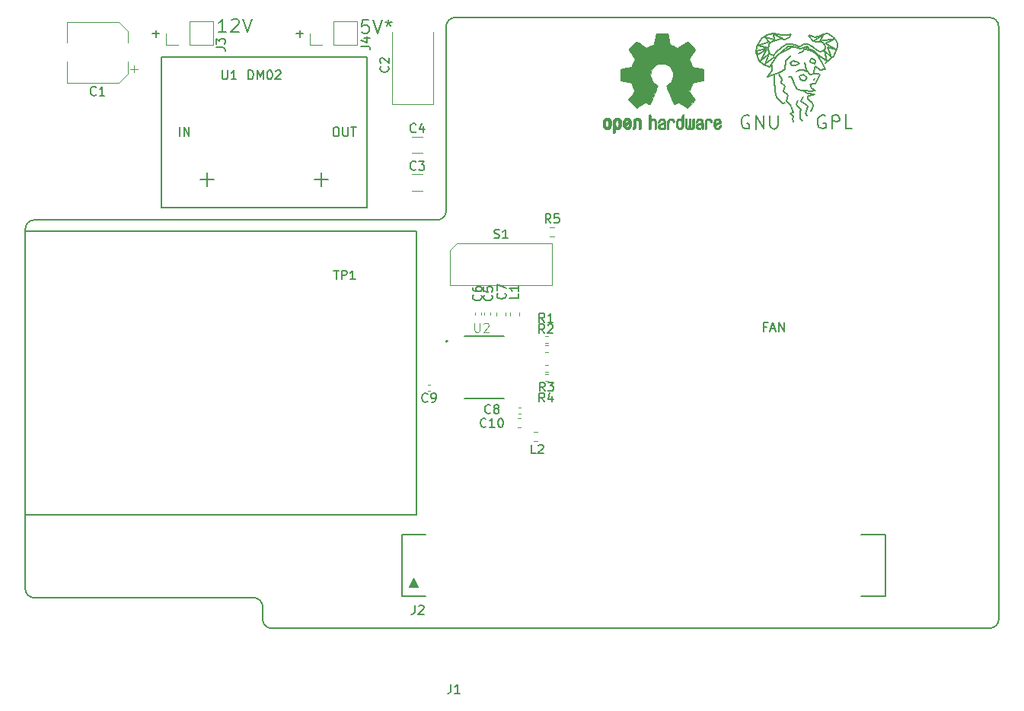
<source format=gto>
%TF.GenerationSoftware,KiCad,Pcbnew,(5.1.9)-1*%
%TF.CreationDate,2021-05-24T00:29:36+08:00*%
%TF.ProjectId,V1,56312e6b-6963-4616-945f-706362585858,rev?*%
%TF.SameCoordinates,Original*%
%TF.FileFunction,Legend,Top*%
%TF.FilePolarity,Positive*%
%FSLAX46Y46*%
G04 Gerber Fmt 4.6, Leading zero omitted, Abs format (unit mm)*
G04 Created by KiCad (PCBNEW (5.1.9)-1) date 2021-05-24 00:29:36*
%MOMM*%
%LPD*%
G01*
G04 APERTURE LIST*
%ADD10C,0.200000*%
%ADD11C,0.150000*%
%ADD12C,0.120000*%
%ADD13C,0.127000*%
%ADD14C,0.152400*%
%ADD15C,0.100000*%
%ADD16C,0.010000*%
%ADD17C,0.015000*%
G04 APERTURE END LIST*
D10*
X121919952Y-54046428D02*
X121158047Y-54046428D01*
X121539000Y-54427380D02*
X121539000Y-53665476D01*
X105917952Y-54046428D02*
X105156047Y-54046428D01*
X105537000Y-54427380D02*
X105537000Y-53665476D01*
D11*
X129190857Y-52518571D02*
X128476571Y-52518571D01*
X128405142Y-53232857D01*
X128476571Y-53161428D01*
X128619428Y-53090000D01*
X128976571Y-53090000D01*
X129119428Y-53161428D01*
X129190857Y-53232857D01*
X129262285Y-53375714D01*
X129262285Y-53732857D01*
X129190857Y-53875714D01*
X129119428Y-53947142D01*
X128976571Y-54018571D01*
X128619428Y-54018571D01*
X128476571Y-53947142D01*
X128405142Y-53875714D01*
X129690857Y-52518571D02*
X130190857Y-54018571D01*
X130690857Y-52518571D01*
X131405142Y-52518571D02*
X131405142Y-52875714D01*
X131048000Y-52732857D02*
X131405142Y-52875714D01*
X131762285Y-52732857D01*
X131190857Y-53161428D02*
X131405142Y-52875714D01*
X131619428Y-53161428D01*
X113371428Y-53891571D02*
X112514285Y-53891571D01*
X112942857Y-53891571D02*
X112942857Y-52391571D01*
X112800000Y-52605857D01*
X112657142Y-52748714D01*
X112514285Y-52820142D01*
X113942857Y-52534428D02*
X114014285Y-52463000D01*
X114157142Y-52391571D01*
X114514285Y-52391571D01*
X114657142Y-52463000D01*
X114728571Y-52534428D01*
X114800000Y-52677285D01*
X114800000Y-52820142D01*
X114728571Y-53034428D01*
X113871428Y-53891571D01*
X114800000Y-53891571D01*
X115228571Y-52391571D02*
X115728571Y-53891571D01*
X116228571Y-52391571D01*
D12*
X149345276Y-75577500D02*
X149854724Y-75577500D01*
X149345276Y-76622500D02*
X149854724Y-76622500D01*
D10*
X137960000Y-88275000D02*
G75*
G03*
X137960000Y-88275000I-100000J0D01*
G01*
D13*
X139850000Y-87750000D02*
X144250000Y-87750000D01*
X139850000Y-94650000D02*
X144250000Y-94650000D01*
D12*
X138200000Y-78180000D02*
X139000000Y-77380000D01*
X139000000Y-77380000D02*
X149600000Y-77380000D01*
X149600000Y-77380000D02*
X149600000Y-82020000D01*
X149600000Y-82020000D02*
X138200000Y-82020000D01*
X138200000Y-82020000D02*
X138200000Y-78180000D01*
X149117621Y-92730000D02*
X148782379Y-92730000D01*
X149117621Y-91970000D02*
X148782379Y-91970000D01*
X149117621Y-91730000D02*
X148782379Y-91730000D01*
X149117621Y-90970000D02*
X148782379Y-90970000D01*
X149117621Y-89480000D02*
X148782379Y-89480000D01*
X149117621Y-88720000D02*
X148782379Y-88720000D01*
X149117621Y-88480000D02*
X148782379Y-88480000D01*
X149117621Y-87720000D02*
X148782379Y-87720000D01*
X147578733Y-98390000D02*
X147921267Y-98390000D01*
X147578733Y-99410000D02*
X147921267Y-99410000D01*
X144890000Y-85446267D02*
X144890000Y-85103733D01*
X145910000Y-85446267D02*
X145910000Y-85103733D01*
X146096267Y-97885000D02*
X145803733Y-97885000D01*
X146096267Y-96865000D02*
X145803733Y-96865000D01*
X136015835Y-93835000D02*
X135784165Y-93835000D01*
X136015835Y-93115000D02*
X135784165Y-93115000D01*
X146115835Y-96385000D02*
X145884165Y-96385000D01*
X146115835Y-95665000D02*
X145884165Y-95665000D01*
X143365000Y-85396267D02*
X143365000Y-85103733D01*
X144385000Y-85396267D02*
X144385000Y-85103733D01*
X140990000Y-85340835D02*
X140990000Y-85109165D01*
X141710000Y-85340835D02*
X141710000Y-85109165D01*
X142015000Y-85340835D02*
X142015000Y-85109165D01*
X142735000Y-85340835D02*
X142735000Y-85109165D01*
D10*
X91000000Y-76079999D02*
X91000000Y-115849999D01*
X91000000Y-107854999D02*
X91000000Y-107579999D01*
X199250000Y-119249999D02*
X199250000Y-53249999D01*
X134525000Y-76079999D02*
X91000000Y-76079999D01*
X91000000Y-107579999D02*
X134525000Y-107579999D01*
X117400000Y-119249999D02*
X117400000Y-117849999D01*
X118400000Y-120249999D02*
X198250000Y-120249999D01*
X198250000Y-52249999D02*
X138800000Y-52249999D01*
X92000000Y-116849999D02*
X116400000Y-116849999D01*
X137800000Y-53249999D02*
X137800000Y-73799999D01*
X134525000Y-107579999D02*
X134525000Y-76079999D01*
X136800000Y-74799999D02*
X92000000Y-74799999D01*
X91000000Y-76079999D02*
X91000000Y-75799999D01*
D14*
X132850000Y-109850000D02*
X135550000Y-109850000D01*
X135550000Y-116650000D02*
X132850000Y-116650000D01*
X186650000Y-109850000D02*
X186650000Y-116650000D01*
X183950000Y-109850000D02*
X186650000Y-109850000D01*
D15*
G36*
X134650000Y-115650000D02*
G01*
X133650000Y-115650000D01*
X134150000Y-114650000D01*
X134650000Y-115650000D01*
G37*
X134650000Y-115650000D02*
X133650000Y-115650000D01*
X134150000Y-114650000D01*
X134650000Y-115650000D01*
D14*
X132850000Y-116650000D02*
X132850000Y-109850000D01*
X186650000Y-116650000D02*
X183950000Y-116650000D01*
D10*
X198250000Y-120249999D02*
G75*
G03*
X199250000Y-119249999I0J1000000D01*
G01*
X117400000Y-117849999D02*
G75*
G03*
X116400000Y-116849999I-1000000J0D01*
G01*
X117400000Y-119249999D02*
G75*
G03*
X118400000Y-120249999I1000000J0D01*
G01*
X92000000Y-116849999D02*
G75*
G02*
X91000000Y-115849999I0J1000000D01*
G01*
X137800000Y-53249999D02*
G75*
G02*
X138800000Y-52249999I1000000J0D01*
G01*
X136800000Y-74799999D02*
G75*
G03*
X137800000Y-73799999I0J1000000D01*
G01*
X199250000Y-53249999D02*
G75*
G03*
X198250000Y-52249999I-1000000J0D01*
G01*
X91000000Y-75799999D02*
G75*
G02*
X92000000Y-74799999I1000000J0D01*
G01*
D16*
G36*
X156969900Y-63424903D02*
G01*
X157081450Y-63480522D01*
X157179908Y-63582931D01*
X157207023Y-63620864D01*
X157236562Y-63670500D01*
X157255728Y-63724412D01*
X157266693Y-63796364D01*
X157271629Y-63900122D01*
X157272713Y-64037101D01*
X157267818Y-64224815D01*
X157250804Y-64365758D01*
X157218177Y-64470908D01*
X157166442Y-64551243D01*
X157092104Y-64617741D01*
X157086642Y-64621678D01*
X157013380Y-64661953D01*
X156925160Y-64681880D01*
X156812962Y-64686793D01*
X156630567Y-64686793D01*
X156630491Y-64863857D01*
X156628793Y-64962470D01*
X156618450Y-65020314D01*
X156591422Y-65055006D01*
X156539668Y-65084164D01*
X156527239Y-65090121D01*
X156469077Y-65118039D01*
X156424044Y-65135672D01*
X156390559Y-65137194D01*
X156367038Y-65116781D01*
X156351900Y-65068607D01*
X156343563Y-64986846D01*
X156340444Y-64865672D01*
X156340960Y-64699260D01*
X156343529Y-64481785D01*
X156344332Y-64416736D01*
X156347222Y-64192502D01*
X156349812Y-64045821D01*
X156630414Y-64045821D01*
X156631991Y-64170326D01*
X156639000Y-64251787D01*
X156654858Y-64305515D01*
X156682981Y-64346823D01*
X156702075Y-64366971D01*
X156780135Y-64425921D01*
X156849247Y-64430720D01*
X156920560Y-64382038D01*
X156922368Y-64380241D01*
X156951383Y-64342618D01*
X156969033Y-64291484D01*
X156977936Y-64212738D01*
X156980709Y-64092276D01*
X156980759Y-64065588D01*
X156974058Y-63899583D01*
X156952248Y-63784505D01*
X156912765Y-63714254D01*
X156853044Y-63682729D01*
X156818528Y-63679552D01*
X156736611Y-63694460D01*
X156680421Y-63743548D01*
X156646598Y-63833362D01*
X156631780Y-63970445D01*
X156630414Y-64045821D01*
X156349812Y-64045821D01*
X156350287Y-64018952D01*
X156354247Y-63888382D01*
X156359826Y-63793087D01*
X156367746Y-63725364D01*
X156378731Y-63677507D01*
X156393501Y-63641813D01*
X156412782Y-63610578D01*
X156421049Y-63598824D01*
X156530712Y-63487797D01*
X156669365Y-63424847D01*
X156829754Y-63407297D01*
X156969900Y-63424903D01*
G37*
X156969900Y-63424903D02*
X157081450Y-63480522D01*
X157179908Y-63582931D01*
X157207023Y-63620864D01*
X157236562Y-63670500D01*
X157255728Y-63724412D01*
X157266693Y-63796364D01*
X157271629Y-63900122D01*
X157272713Y-64037101D01*
X157267818Y-64224815D01*
X157250804Y-64365758D01*
X157218177Y-64470908D01*
X157166442Y-64551243D01*
X157092104Y-64617741D01*
X157086642Y-64621678D01*
X157013380Y-64661953D01*
X156925160Y-64681880D01*
X156812962Y-64686793D01*
X156630567Y-64686793D01*
X156630491Y-64863857D01*
X156628793Y-64962470D01*
X156618450Y-65020314D01*
X156591422Y-65055006D01*
X156539668Y-65084164D01*
X156527239Y-65090121D01*
X156469077Y-65118039D01*
X156424044Y-65135672D01*
X156390559Y-65137194D01*
X156367038Y-65116781D01*
X156351900Y-65068607D01*
X156343563Y-64986846D01*
X156340444Y-64865672D01*
X156340960Y-64699260D01*
X156343529Y-64481785D01*
X156344332Y-64416736D01*
X156347222Y-64192502D01*
X156349812Y-64045821D01*
X156630414Y-64045821D01*
X156631991Y-64170326D01*
X156639000Y-64251787D01*
X156654858Y-64305515D01*
X156682981Y-64346823D01*
X156702075Y-64366971D01*
X156780135Y-64425921D01*
X156849247Y-64430720D01*
X156920560Y-64382038D01*
X156922368Y-64380241D01*
X156951383Y-64342618D01*
X156969033Y-64291484D01*
X156977936Y-64212738D01*
X156980709Y-64092276D01*
X156980759Y-64065588D01*
X156974058Y-63899583D01*
X156952248Y-63784505D01*
X156912765Y-63714254D01*
X156853044Y-63682729D01*
X156818528Y-63679552D01*
X156736611Y-63694460D01*
X156680421Y-63743548D01*
X156646598Y-63833362D01*
X156631780Y-63970445D01*
X156630414Y-64045821D01*
X156349812Y-64045821D01*
X156350287Y-64018952D01*
X156354247Y-63888382D01*
X156359826Y-63793087D01*
X156367746Y-63725364D01*
X156378731Y-63677507D01*
X156393501Y-63641813D01*
X156412782Y-63610578D01*
X156421049Y-63598824D01*
X156530712Y-63487797D01*
X156669365Y-63424847D01*
X156829754Y-63407297D01*
X156969900Y-63424903D01*
G36*
X159215429Y-63440719D02*
G01*
X159309123Y-63494914D01*
X159374264Y-63548707D01*
X159421907Y-63605066D01*
X159454728Y-63673987D01*
X159475406Y-63765468D01*
X159486620Y-63889506D01*
X159491049Y-64056098D01*
X159491563Y-64175851D01*
X159491563Y-64616659D01*
X159367483Y-64672283D01*
X159243402Y-64727907D01*
X159228805Y-64245095D01*
X159222773Y-64064779D01*
X159216445Y-63933901D01*
X159208606Y-63843511D01*
X159198037Y-63784664D01*
X159183523Y-63748413D01*
X159163848Y-63725810D01*
X159157535Y-63720917D01*
X159061888Y-63682706D01*
X158965207Y-63697827D01*
X158907655Y-63737943D01*
X158884245Y-63766370D01*
X158868039Y-63803672D01*
X158857741Y-63860223D01*
X158852049Y-63946394D01*
X158849664Y-64072558D01*
X158849264Y-64204042D01*
X158849186Y-64368999D01*
X158846361Y-64485761D01*
X158836907Y-64564510D01*
X158816940Y-64615431D01*
X158782576Y-64648706D01*
X158729932Y-64674520D01*
X158659617Y-64701344D01*
X158582820Y-64730542D01*
X158591962Y-64212346D01*
X158595643Y-64025539D01*
X158599950Y-63887490D01*
X158606123Y-63788568D01*
X158615402Y-63719145D01*
X158629027Y-63669590D01*
X158648239Y-63630273D01*
X158671402Y-63595584D01*
X158783152Y-63484770D01*
X158919513Y-63420689D01*
X159067825Y-63405339D01*
X159215429Y-63440719D01*
G37*
X159215429Y-63440719D02*
X159309123Y-63494914D01*
X159374264Y-63548707D01*
X159421907Y-63605066D01*
X159454728Y-63673987D01*
X159475406Y-63765468D01*
X159486620Y-63889506D01*
X159491049Y-64056098D01*
X159491563Y-64175851D01*
X159491563Y-64616659D01*
X159367483Y-64672283D01*
X159243402Y-64727907D01*
X159228805Y-64245095D01*
X159222773Y-64064779D01*
X159216445Y-63933901D01*
X159208606Y-63843511D01*
X159198037Y-63784664D01*
X159183523Y-63748413D01*
X159163848Y-63725810D01*
X159157535Y-63720917D01*
X159061888Y-63682706D01*
X158965207Y-63697827D01*
X158907655Y-63737943D01*
X158884245Y-63766370D01*
X158868039Y-63803672D01*
X158857741Y-63860223D01*
X158852049Y-63946394D01*
X158849664Y-64072558D01*
X158849264Y-64204042D01*
X158849186Y-64368999D01*
X158846361Y-64485761D01*
X158836907Y-64564510D01*
X158816940Y-64615431D01*
X158782576Y-64648706D01*
X158729932Y-64674520D01*
X158659617Y-64701344D01*
X158582820Y-64730542D01*
X158591962Y-64212346D01*
X158595643Y-64025539D01*
X158599950Y-63887490D01*
X158606123Y-63788568D01*
X158615402Y-63719145D01*
X158629027Y-63669590D01*
X158648239Y-63630273D01*
X158671402Y-63595584D01*
X158783152Y-63484770D01*
X158919513Y-63420689D01*
X159067825Y-63405339D01*
X159215429Y-63440719D01*
G36*
X155846221Y-63429015D02*
G01*
X155983061Y-63500968D01*
X156084051Y-63616766D01*
X156119925Y-63691213D01*
X156147839Y-63802992D01*
X156162129Y-63944227D01*
X156163484Y-64098371D01*
X156152595Y-64248879D01*
X156130153Y-64379205D01*
X156096850Y-64472803D01*
X156086615Y-64488922D01*
X155965382Y-64609249D01*
X155821387Y-64681317D01*
X155665139Y-64702408D01*
X155507148Y-64669802D01*
X155463180Y-64650253D01*
X155377556Y-64590012D01*
X155302408Y-64510135D01*
X155295306Y-64500004D01*
X155266439Y-64451181D01*
X155247357Y-64398990D01*
X155236084Y-64330285D01*
X155230645Y-64231918D01*
X155229062Y-64090744D01*
X155229035Y-64059092D01*
X155229107Y-64049019D01*
X155520989Y-64049019D01*
X155522687Y-64182256D01*
X155529372Y-64270674D01*
X155543425Y-64327785D01*
X155567229Y-64367102D01*
X155579379Y-64380241D01*
X155649236Y-64430172D01*
X155717059Y-64427895D01*
X155785635Y-64384584D01*
X155826535Y-64338346D01*
X155850758Y-64270857D01*
X155864361Y-64164433D01*
X155865294Y-64152020D01*
X155867616Y-63959147D01*
X155843350Y-63815900D01*
X155792824Y-63723160D01*
X155716368Y-63681807D01*
X155689076Y-63679552D01*
X155617411Y-63690893D01*
X155568390Y-63730184D01*
X155538418Y-63805326D01*
X155523899Y-63924222D01*
X155520989Y-64049019D01*
X155229107Y-64049019D01*
X155230122Y-63908659D01*
X155234688Y-63803549D01*
X155244688Y-63730714D01*
X155262079Y-63677108D01*
X155288816Y-63629681D01*
X155294724Y-63620864D01*
X155394032Y-63502007D01*
X155502242Y-63433008D01*
X155633981Y-63405619D01*
X155678717Y-63404281D01*
X155846221Y-63429015D01*
G37*
X155846221Y-63429015D02*
X155983061Y-63500968D01*
X156084051Y-63616766D01*
X156119925Y-63691213D01*
X156147839Y-63802992D01*
X156162129Y-63944227D01*
X156163484Y-64098371D01*
X156152595Y-64248879D01*
X156130153Y-64379205D01*
X156096850Y-64472803D01*
X156086615Y-64488922D01*
X155965382Y-64609249D01*
X155821387Y-64681317D01*
X155665139Y-64702408D01*
X155507148Y-64669802D01*
X155463180Y-64650253D01*
X155377556Y-64590012D01*
X155302408Y-64510135D01*
X155295306Y-64500004D01*
X155266439Y-64451181D01*
X155247357Y-64398990D01*
X155236084Y-64330285D01*
X155230645Y-64231918D01*
X155229062Y-64090744D01*
X155229035Y-64059092D01*
X155229107Y-64049019D01*
X155520989Y-64049019D01*
X155522687Y-64182256D01*
X155529372Y-64270674D01*
X155543425Y-64327785D01*
X155567229Y-64367102D01*
X155579379Y-64380241D01*
X155649236Y-64430172D01*
X155717059Y-64427895D01*
X155785635Y-64384584D01*
X155826535Y-64338346D01*
X155850758Y-64270857D01*
X155864361Y-64164433D01*
X155865294Y-64152020D01*
X155867616Y-63959147D01*
X155843350Y-63815900D01*
X155792824Y-63723160D01*
X155716368Y-63681807D01*
X155689076Y-63679552D01*
X155617411Y-63690893D01*
X155568390Y-63730184D01*
X155538418Y-63805326D01*
X155523899Y-63924222D01*
X155520989Y-64049019D01*
X155229107Y-64049019D01*
X155230122Y-63908659D01*
X155234688Y-63803549D01*
X155244688Y-63730714D01*
X155262079Y-63677108D01*
X155288816Y-63629681D01*
X155294724Y-63620864D01*
X155394032Y-63502007D01*
X155502242Y-63433008D01*
X155633981Y-63405619D01*
X155678717Y-63404281D01*
X155846221Y-63429015D01*
G36*
X158113552Y-63447676D02*
G01*
X158228658Y-63525111D01*
X158317611Y-63636949D01*
X158370749Y-63779265D01*
X158381497Y-63884015D01*
X158380276Y-63927726D01*
X158370056Y-63961194D01*
X158341961Y-63991179D01*
X158287116Y-64024440D01*
X158196645Y-64067738D01*
X158061672Y-64127833D01*
X158060989Y-64128134D01*
X157936751Y-64185037D01*
X157834873Y-64235565D01*
X157765767Y-64274280D01*
X157739846Y-64295740D01*
X157739839Y-64295913D01*
X157762685Y-64342644D01*
X157816109Y-64394154D01*
X157877442Y-64431261D01*
X157908515Y-64438632D01*
X157993289Y-64413138D01*
X158066293Y-64349291D01*
X158101913Y-64279094D01*
X158136180Y-64227343D01*
X158203303Y-64168409D01*
X158282208Y-64117496D01*
X158351821Y-64089809D01*
X158366377Y-64088287D01*
X158382763Y-64113321D01*
X158383750Y-64177311D01*
X158371708Y-64263593D01*
X158349007Y-64355501D01*
X158318014Y-64436369D01*
X158316448Y-64439509D01*
X158223181Y-64569734D01*
X158102304Y-64658311D01*
X157965027Y-64701786D01*
X157822560Y-64696706D01*
X157686112Y-64639616D01*
X157680045Y-64635602D01*
X157572710Y-64538326D01*
X157502132Y-64411409D01*
X157463074Y-64244526D01*
X157457832Y-64197639D01*
X157448548Y-63976329D01*
X157459678Y-63873124D01*
X157739839Y-63873124D01*
X157743479Y-63937503D01*
X157763389Y-63956291D01*
X157813026Y-63942235D01*
X157891267Y-63909009D01*
X157978726Y-63867359D01*
X157980899Y-63866256D01*
X158055030Y-63827265D01*
X158084781Y-63801244D01*
X158077445Y-63773965D01*
X158046553Y-63738121D01*
X157967960Y-63686251D01*
X157883323Y-63682439D01*
X157807403Y-63720189D01*
X157754965Y-63793001D01*
X157739839Y-63873124D01*
X157459678Y-63873124D01*
X157467644Y-63799261D01*
X157516634Y-63658829D01*
X157584836Y-63560447D01*
X157707935Y-63461030D01*
X157843528Y-63411711D01*
X157981955Y-63408568D01*
X158113552Y-63447676D01*
G37*
X158113552Y-63447676D02*
X158228658Y-63525111D01*
X158317611Y-63636949D01*
X158370749Y-63779265D01*
X158381497Y-63884015D01*
X158380276Y-63927726D01*
X158370056Y-63961194D01*
X158341961Y-63991179D01*
X158287116Y-64024440D01*
X158196645Y-64067738D01*
X158061672Y-64127833D01*
X158060989Y-64128134D01*
X157936751Y-64185037D01*
X157834873Y-64235565D01*
X157765767Y-64274280D01*
X157739846Y-64295740D01*
X157739839Y-64295913D01*
X157762685Y-64342644D01*
X157816109Y-64394154D01*
X157877442Y-64431261D01*
X157908515Y-64438632D01*
X157993289Y-64413138D01*
X158066293Y-64349291D01*
X158101913Y-64279094D01*
X158136180Y-64227343D01*
X158203303Y-64168409D01*
X158282208Y-64117496D01*
X158351821Y-64089809D01*
X158366377Y-64088287D01*
X158382763Y-64113321D01*
X158383750Y-64177311D01*
X158371708Y-64263593D01*
X158349007Y-64355501D01*
X158318014Y-64436369D01*
X158316448Y-64439509D01*
X158223181Y-64569734D01*
X158102304Y-64658311D01*
X157965027Y-64701786D01*
X157822560Y-64696706D01*
X157686112Y-64639616D01*
X157680045Y-64635602D01*
X157572710Y-64538326D01*
X157502132Y-64411409D01*
X157463074Y-64244526D01*
X157457832Y-64197639D01*
X157448548Y-63976329D01*
X157459678Y-63873124D01*
X157739839Y-63873124D01*
X157743479Y-63937503D01*
X157763389Y-63956291D01*
X157813026Y-63942235D01*
X157891267Y-63909009D01*
X157978726Y-63867359D01*
X157980899Y-63866256D01*
X158055030Y-63827265D01*
X158084781Y-63801244D01*
X158077445Y-63773965D01*
X158046553Y-63738121D01*
X157967960Y-63686251D01*
X157883323Y-63682439D01*
X157807403Y-63720189D01*
X157754965Y-63793001D01*
X157739839Y-63873124D01*
X157459678Y-63873124D01*
X157467644Y-63799261D01*
X157516634Y-63658829D01*
X157584836Y-63560447D01*
X157707935Y-63461030D01*
X157843528Y-63411711D01*
X157981955Y-63408568D01*
X158113552Y-63447676D01*
G36*
X160542598Y-63286857D02*
G01*
X160551154Y-63406188D01*
X160560981Y-63476506D01*
X160574599Y-63507179D01*
X160594527Y-63507571D01*
X160600989Y-63503910D01*
X160686940Y-63477398D01*
X160798745Y-63478946D01*
X160912414Y-63506199D01*
X160983510Y-63541455D01*
X161056405Y-63597778D01*
X161109693Y-63661519D01*
X161146275Y-63742510D01*
X161169050Y-63850586D01*
X161180919Y-63995580D01*
X161184782Y-64187326D01*
X161184851Y-64224109D01*
X161184897Y-64637288D01*
X161092954Y-64669339D01*
X161027652Y-64691144D01*
X160991824Y-64701297D01*
X160990770Y-64701391D01*
X160987242Y-64673860D01*
X160984239Y-64597923D01*
X160981990Y-64483565D01*
X160980724Y-64340769D01*
X160980529Y-64253951D01*
X160980123Y-64082773D01*
X160978032Y-63960088D01*
X160972947Y-63876000D01*
X160963560Y-63820614D01*
X160948561Y-63784032D01*
X160926642Y-63756359D01*
X160912957Y-63743032D01*
X160818949Y-63689328D01*
X160716364Y-63685307D01*
X160623290Y-63730725D01*
X160606078Y-63747123D01*
X160580832Y-63777957D01*
X160563320Y-63814531D01*
X160552142Y-63867415D01*
X160545896Y-63947177D01*
X160543182Y-64064385D01*
X160542598Y-64225991D01*
X160542598Y-64637288D01*
X160450655Y-64669339D01*
X160385353Y-64691144D01*
X160349525Y-64701297D01*
X160348471Y-64701391D01*
X160345775Y-64673448D01*
X160343345Y-64594630D01*
X160341278Y-64472453D01*
X160339671Y-64314432D01*
X160338623Y-64128083D01*
X160338231Y-63920920D01*
X160338230Y-63911706D01*
X160338230Y-63122020D01*
X160433115Y-63081997D01*
X160528000Y-63041973D01*
X160542598Y-63286857D01*
G37*
X160542598Y-63286857D02*
X160551154Y-63406188D01*
X160560981Y-63476506D01*
X160574599Y-63507179D01*
X160594527Y-63507571D01*
X160600989Y-63503910D01*
X160686940Y-63477398D01*
X160798745Y-63478946D01*
X160912414Y-63506199D01*
X160983510Y-63541455D01*
X161056405Y-63597778D01*
X161109693Y-63661519D01*
X161146275Y-63742510D01*
X161169050Y-63850586D01*
X161180919Y-63995580D01*
X161184782Y-64187326D01*
X161184851Y-64224109D01*
X161184897Y-64637288D01*
X161092954Y-64669339D01*
X161027652Y-64691144D01*
X160991824Y-64701297D01*
X160990770Y-64701391D01*
X160987242Y-64673860D01*
X160984239Y-64597923D01*
X160981990Y-64483565D01*
X160980724Y-64340769D01*
X160980529Y-64253951D01*
X160980123Y-64082773D01*
X160978032Y-63960088D01*
X160972947Y-63876000D01*
X160963560Y-63820614D01*
X160948561Y-63784032D01*
X160926642Y-63756359D01*
X160912957Y-63743032D01*
X160818949Y-63689328D01*
X160716364Y-63685307D01*
X160623290Y-63730725D01*
X160606078Y-63747123D01*
X160580832Y-63777957D01*
X160563320Y-63814531D01*
X160552142Y-63867415D01*
X160545896Y-63947177D01*
X160543182Y-64064385D01*
X160542598Y-64225991D01*
X160542598Y-64637288D01*
X160450655Y-64669339D01*
X160385353Y-64691144D01*
X160349525Y-64701297D01*
X160348471Y-64701391D01*
X160345775Y-64673448D01*
X160343345Y-64594630D01*
X160341278Y-64472453D01*
X160339671Y-64314432D01*
X160338623Y-64128083D01*
X160338231Y-63920920D01*
X160338230Y-63911706D01*
X160338230Y-63122020D01*
X160433115Y-63081997D01*
X160528000Y-63041973D01*
X160542598Y-63286857D01*
G36*
X161877944Y-63487360D02*
G01*
X161992343Y-63529842D01*
X161993652Y-63530658D01*
X162064403Y-63582730D01*
X162116636Y-63643584D01*
X162153371Y-63722887D01*
X162177634Y-63830309D01*
X162192445Y-63975517D01*
X162200829Y-64168179D01*
X162201564Y-64195628D01*
X162212120Y-64609521D01*
X162123291Y-64655456D01*
X162059018Y-64686498D01*
X162020210Y-64701206D01*
X162018415Y-64701391D01*
X162011700Y-64674250D01*
X162006365Y-64601041D01*
X162003083Y-64494081D01*
X162002368Y-64407469D01*
X162002351Y-64267162D01*
X161995937Y-64179051D01*
X161973580Y-64137025D01*
X161925732Y-64134975D01*
X161842849Y-64166790D01*
X161717713Y-64225272D01*
X161625697Y-64273845D01*
X161578371Y-64315986D01*
X161564458Y-64361916D01*
X161564437Y-64364189D01*
X161587395Y-64443311D01*
X161655370Y-64486055D01*
X161759398Y-64492246D01*
X161834330Y-64491172D01*
X161873839Y-64512753D01*
X161898478Y-64564591D01*
X161912659Y-64630632D01*
X161892223Y-64668104D01*
X161884528Y-64673467D01*
X161812083Y-64695006D01*
X161710633Y-64698055D01*
X161606157Y-64683778D01*
X161532125Y-64657688D01*
X161429772Y-64570785D01*
X161371591Y-64449816D01*
X161360069Y-64355308D01*
X161368862Y-64270062D01*
X161400680Y-64200476D01*
X161463684Y-64138672D01*
X161566031Y-64076772D01*
X161715882Y-64006897D01*
X161725012Y-64002948D01*
X161859997Y-63940588D01*
X161943294Y-63889446D01*
X161978997Y-63843488D01*
X161971203Y-63796683D01*
X161924007Y-63742998D01*
X161909894Y-63730644D01*
X161815359Y-63682741D01*
X161717406Y-63684758D01*
X161632097Y-63731724D01*
X161575496Y-63818669D01*
X161570237Y-63835734D01*
X161519023Y-63918504D01*
X161454037Y-63958372D01*
X161360069Y-63997882D01*
X161360069Y-63895658D01*
X161388653Y-63747072D01*
X161473495Y-63610784D01*
X161517645Y-63565191D01*
X161618005Y-63506674D01*
X161745635Y-63480184D01*
X161877944Y-63487360D01*
G37*
X161877944Y-63487360D02*
X161992343Y-63529842D01*
X161993652Y-63530658D01*
X162064403Y-63582730D01*
X162116636Y-63643584D01*
X162153371Y-63722887D01*
X162177634Y-63830309D01*
X162192445Y-63975517D01*
X162200829Y-64168179D01*
X162201564Y-64195628D01*
X162212120Y-64609521D01*
X162123291Y-64655456D01*
X162059018Y-64686498D01*
X162020210Y-64701206D01*
X162018415Y-64701391D01*
X162011700Y-64674250D01*
X162006365Y-64601041D01*
X162003083Y-64494081D01*
X162002368Y-64407469D01*
X162002351Y-64267162D01*
X161995937Y-64179051D01*
X161973580Y-64137025D01*
X161925732Y-64134975D01*
X161842849Y-64166790D01*
X161717713Y-64225272D01*
X161625697Y-64273845D01*
X161578371Y-64315986D01*
X161564458Y-64361916D01*
X161564437Y-64364189D01*
X161587395Y-64443311D01*
X161655370Y-64486055D01*
X161759398Y-64492246D01*
X161834330Y-64491172D01*
X161873839Y-64512753D01*
X161898478Y-64564591D01*
X161912659Y-64630632D01*
X161892223Y-64668104D01*
X161884528Y-64673467D01*
X161812083Y-64695006D01*
X161710633Y-64698055D01*
X161606157Y-64683778D01*
X161532125Y-64657688D01*
X161429772Y-64570785D01*
X161371591Y-64449816D01*
X161360069Y-64355308D01*
X161368862Y-64270062D01*
X161400680Y-64200476D01*
X161463684Y-64138672D01*
X161566031Y-64076772D01*
X161715882Y-64006897D01*
X161725012Y-64002948D01*
X161859997Y-63940588D01*
X161943294Y-63889446D01*
X161978997Y-63843488D01*
X161971203Y-63796683D01*
X161924007Y-63742998D01*
X161909894Y-63730644D01*
X161815359Y-63682741D01*
X161717406Y-63684758D01*
X161632097Y-63731724D01*
X161575496Y-63818669D01*
X161570237Y-63835734D01*
X161519023Y-63918504D01*
X161454037Y-63958372D01*
X161360069Y-63997882D01*
X161360069Y-63895658D01*
X161388653Y-63747072D01*
X161473495Y-63610784D01*
X161517645Y-63565191D01*
X161618005Y-63506674D01*
X161745635Y-63480184D01*
X161877944Y-63487360D01*
G36*
X162863943Y-63484920D02*
G01*
X162996565Y-63533859D01*
X163104010Y-63620419D01*
X163146032Y-63681352D01*
X163191843Y-63793161D01*
X163190891Y-63874006D01*
X163142808Y-63928378D01*
X163125017Y-63937624D01*
X163048204Y-63966450D01*
X163008976Y-63959065D01*
X162995689Y-63910658D01*
X162995012Y-63883920D01*
X162970686Y-63785548D01*
X162907281Y-63716734D01*
X162819154Y-63683498D01*
X162720663Y-63691861D01*
X162640602Y-63735296D01*
X162613561Y-63760072D01*
X162594394Y-63790129D01*
X162581446Y-63835565D01*
X162573064Y-63906476D01*
X162567593Y-64012960D01*
X162563378Y-64165112D01*
X162562287Y-64213287D01*
X162558307Y-64378095D01*
X162553781Y-64494088D01*
X162546995Y-64570833D01*
X162536231Y-64617893D01*
X162519773Y-64644835D01*
X162495906Y-64661223D01*
X162480626Y-64668463D01*
X162415733Y-64693220D01*
X162377534Y-64701391D01*
X162364912Y-64674103D01*
X162357208Y-64591603D01*
X162354380Y-64452941D01*
X162356386Y-64257162D01*
X162357011Y-64226965D01*
X162361421Y-64048349D01*
X162366635Y-63917923D01*
X162374055Y-63825492D01*
X162385082Y-63760858D01*
X162401117Y-63713825D01*
X162423561Y-63674196D01*
X162435302Y-63657215D01*
X162502619Y-63582080D01*
X162577910Y-63523638D01*
X162587128Y-63518536D01*
X162722133Y-63478260D01*
X162863943Y-63484920D01*
G37*
X162863943Y-63484920D02*
X162996565Y-63533859D01*
X163104010Y-63620419D01*
X163146032Y-63681352D01*
X163191843Y-63793161D01*
X163190891Y-63874006D01*
X163142808Y-63928378D01*
X163125017Y-63937624D01*
X163048204Y-63966450D01*
X163008976Y-63959065D01*
X162995689Y-63910658D01*
X162995012Y-63883920D01*
X162970686Y-63785548D01*
X162907281Y-63716734D01*
X162819154Y-63683498D01*
X162720663Y-63691861D01*
X162640602Y-63735296D01*
X162613561Y-63760072D01*
X162594394Y-63790129D01*
X162581446Y-63835565D01*
X162573064Y-63906476D01*
X162567593Y-64012960D01*
X162563378Y-64165112D01*
X162562287Y-64213287D01*
X162558307Y-64378095D01*
X162553781Y-64494088D01*
X162546995Y-64570833D01*
X162536231Y-64617893D01*
X162519773Y-64644835D01*
X162495906Y-64661223D01*
X162480626Y-64668463D01*
X162415733Y-64693220D01*
X162377534Y-64701391D01*
X162364912Y-64674103D01*
X162357208Y-64591603D01*
X162354380Y-64452941D01*
X162356386Y-64257162D01*
X162357011Y-64226965D01*
X162361421Y-64048349D01*
X162366635Y-63917923D01*
X162374055Y-63825492D01*
X162385082Y-63760858D01*
X162401117Y-63713825D01*
X162423561Y-63674196D01*
X162435302Y-63657215D01*
X162502619Y-63582080D01*
X162577910Y-63523638D01*
X162587128Y-63518536D01*
X162722133Y-63478260D01*
X162863943Y-63484920D01*
G36*
X164191914Y-63717455D02*
G01*
X164191543Y-63935661D01*
X164190108Y-64103519D01*
X164187002Y-64229070D01*
X164181622Y-64320355D01*
X164173362Y-64385415D01*
X164161616Y-64432291D01*
X164145781Y-64469024D01*
X164133790Y-64489991D01*
X164034490Y-64603694D01*
X163908588Y-64674965D01*
X163769291Y-64700538D01*
X163629805Y-64677150D01*
X163546743Y-64635119D01*
X163459545Y-64562411D01*
X163400117Y-64473612D01*
X163364261Y-64357320D01*
X163347781Y-64202135D01*
X163345447Y-64088287D01*
X163345761Y-64080106D01*
X163549724Y-64080106D01*
X163550970Y-64210657D01*
X163556678Y-64297080D01*
X163569804Y-64353618D01*
X163593306Y-64394514D01*
X163621386Y-64425362D01*
X163715688Y-64484905D01*
X163816940Y-64489992D01*
X163912636Y-64440279D01*
X163920084Y-64433543D01*
X163951874Y-64398502D01*
X163971808Y-64356811D01*
X163982600Y-64294762D01*
X163986965Y-64198644D01*
X163987655Y-64092379D01*
X163986159Y-63958880D01*
X163979964Y-63869822D01*
X163966514Y-63811293D01*
X163943251Y-63769382D01*
X163924175Y-63747123D01*
X163835563Y-63690985D01*
X163733508Y-63684235D01*
X163636095Y-63727114D01*
X163617296Y-63743032D01*
X163585293Y-63778382D01*
X163565318Y-63820502D01*
X163554593Y-63883251D01*
X163550339Y-63980487D01*
X163549724Y-64080106D01*
X163345761Y-64080106D01*
X163352504Y-63904947D01*
X163376472Y-63767195D01*
X163421548Y-63663632D01*
X163491928Y-63582856D01*
X163546743Y-63541455D01*
X163646376Y-63496728D01*
X163761855Y-63475967D01*
X163869199Y-63481525D01*
X163929264Y-63503943D01*
X163952835Y-63510323D01*
X163968477Y-63486535D01*
X163979395Y-63422788D01*
X163987655Y-63325687D01*
X163996699Y-63217541D01*
X164009261Y-63152475D01*
X164032119Y-63115268D01*
X164072051Y-63090699D01*
X164097138Y-63079819D01*
X164192023Y-63040072D01*
X164191914Y-63717455D01*
G37*
X164191914Y-63717455D02*
X164191543Y-63935661D01*
X164190108Y-64103519D01*
X164187002Y-64229070D01*
X164181622Y-64320355D01*
X164173362Y-64385415D01*
X164161616Y-64432291D01*
X164145781Y-64469024D01*
X164133790Y-64489991D01*
X164034490Y-64603694D01*
X163908588Y-64674965D01*
X163769291Y-64700538D01*
X163629805Y-64677150D01*
X163546743Y-64635119D01*
X163459545Y-64562411D01*
X163400117Y-64473612D01*
X163364261Y-64357320D01*
X163347781Y-64202135D01*
X163345447Y-64088287D01*
X163345761Y-64080106D01*
X163549724Y-64080106D01*
X163550970Y-64210657D01*
X163556678Y-64297080D01*
X163569804Y-64353618D01*
X163593306Y-64394514D01*
X163621386Y-64425362D01*
X163715688Y-64484905D01*
X163816940Y-64489992D01*
X163912636Y-64440279D01*
X163920084Y-64433543D01*
X163951874Y-64398502D01*
X163971808Y-64356811D01*
X163982600Y-64294762D01*
X163986965Y-64198644D01*
X163987655Y-64092379D01*
X163986159Y-63958880D01*
X163979964Y-63869822D01*
X163966514Y-63811293D01*
X163943251Y-63769382D01*
X163924175Y-63747123D01*
X163835563Y-63690985D01*
X163733508Y-63684235D01*
X163636095Y-63727114D01*
X163617296Y-63743032D01*
X163585293Y-63778382D01*
X163565318Y-63820502D01*
X163554593Y-63883251D01*
X163550339Y-63980487D01*
X163549724Y-64080106D01*
X163345761Y-64080106D01*
X163352504Y-63904947D01*
X163376472Y-63767195D01*
X163421548Y-63663632D01*
X163491928Y-63582856D01*
X163546743Y-63541455D01*
X163646376Y-63496728D01*
X163761855Y-63475967D01*
X163869199Y-63481525D01*
X163929264Y-63503943D01*
X163952835Y-63510323D01*
X163968477Y-63486535D01*
X163979395Y-63422788D01*
X163987655Y-63325687D01*
X163996699Y-63217541D01*
X164009261Y-63152475D01*
X164032119Y-63115268D01*
X164072051Y-63090699D01*
X164097138Y-63079819D01*
X164192023Y-63040072D01*
X164191914Y-63717455D01*
G36*
X165378124Y-63502840D02*
G01*
X165382579Y-63579653D01*
X165386071Y-63696391D01*
X165388315Y-63843821D01*
X165389035Y-63998455D01*
X165389035Y-64521727D01*
X165296645Y-64614117D01*
X165232978Y-64671047D01*
X165177089Y-64694107D01*
X165100702Y-64692647D01*
X165070380Y-64688934D01*
X164975610Y-64678126D01*
X164897222Y-64671933D01*
X164878115Y-64671361D01*
X164813699Y-64675102D01*
X164721571Y-64684494D01*
X164685850Y-64688934D01*
X164598114Y-64695801D01*
X164539153Y-64680885D01*
X164480690Y-64634835D01*
X164459585Y-64614117D01*
X164367195Y-64521727D01*
X164367195Y-63542947D01*
X164441558Y-63509066D01*
X164505590Y-63483970D01*
X164543052Y-63475184D01*
X164552657Y-63502950D01*
X164561635Y-63580530D01*
X164569386Y-63699348D01*
X164575314Y-63850828D01*
X164578173Y-63978805D01*
X164586161Y-64482425D01*
X164655848Y-64492278D01*
X164719229Y-64485389D01*
X164750286Y-64463083D01*
X164758967Y-64421379D01*
X164766378Y-64332544D01*
X164771931Y-64207834D01*
X164775036Y-64058507D01*
X164775484Y-63981661D01*
X164775931Y-63539287D01*
X164867874Y-63507235D01*
X164932949Y-63485443D01*
X164968347Y-63475281D01*
X164969368Y-63475184D01*
X164972920Y-63502809D01*
X164976823Y-63579411D01*
X164980751Y-63695579D01*
X164984376Y-63841904D01*
X164986908Y-63978805D01*
X164994897Y-64482425D01*
X165170069Y-64482425D01*
X165178107Y-64022965D01*
X165186146Y-63563505D01*
X165271543Y-63519344D01*
X165334593Y-63489019D01*
X165371910Y-63475258D01*
X165372987Y-63475184D01*
X165378124Y-63502840D01*
G37*
X165378124Y-63502840D02*
X165382579Y-63579653D01*
X165386071Y-63696391D01*
X165388315Y-63843821D01*
X165389035Y-63998455D01*
X165389035Y-64521727D01*
X165296645Y-64614117D01*
X165232978Y-64671047D01*
X165177089Y-64694107D01*
X165100702Y-64692647D01*
X165070380Y-64688934D01*
X164975610Y-64678126D01*
X164897222Y-64671933D01*
X164878115Y-64671361D01*
X164813699Y-64675102D01*
X164721571Y-64684494D01*
X164685850Y-64688934D01*
X164598114Y-64695801D01*
X164539153Y-64680885D01*
X164480690Y-64634835D01*
X164459585Y-64614117D01*
X164367195Y-64521727D01*
X164367195Y-63542947D01*
X164441558Y-63509066D01*
X164505590Y-63483970D01*
X164543052Y-63475184D01*
X164552657Y-63502950D01*
X164561635Y-63580530D01*
X164569386Y-63699348D01*
X164575314Y-63850828D01*
X164578173Y-63978805D01*
X164586161Y-64482425D01*
X164655848Y-64492278D01*
X164719229Y-64485389D01*
X164750286Y-64463083D01*
X164758967Y-64421379D01*
X164766378Y-64332544D01*
X164771931Y-64207834D01*
X164775036Y-64058507D01*
X164775484Y-63981661D01*
X164775931Y-63539287D01*
X164867874Y-63507235D01*
X164932949Y-63485443D01*
X164968347Y-63475281D01*
X164969368Y-63475184D01*
X164972920Y-63502809D01*
X164976823Y-63579411D01*
X164980751Y-63695579D01*
X164984376Y-63841904D01*
X164986908Y-63978805D01*
X164994897Y-64482425D01*
X165170069Y-64482425D01*
X165178107Y-64022965D01*
X165186146Y-63563505D01*
X165271543Y-63519344D01*
X165334593Y-63489019D01*
X165371910Y-63475258D01*
X165372987Y-63475184D01*
X165378124Y-63502840D01*
G36*
X166112406Y-63498156D02*
G01*
X166196469Y-63536393D01*
X166262450Y-63582726D01*
X166310794Y-63634532D01*
X166344172Y-63701363D01*
X166365253Y-63792769D01*
X166376707Y-63918301D01*
X166381203Y-64087508D01*
X166381678Y-64198933D01*
X166381678Y-64633627D01*
X166307316Y-64667509D01*
X166248746Y-64692272D01*
X166219730Y-64701391D01*
X166214179Y-64674257D01*
X166209775Y-64601094D01*
X166207078Y-64494263D01*
X166206506Y-64409437D01*
X166204046Y-64286887D01*
X166197412Y-64189668D01*
X166187726Y-64130134D01*
X166180032Y-64117483D01*
X166128311Y-64130402D01*
X166047117Y-64163539D01*
X165953102Y-64208461D01*
X165862917Y-64256735D01*
X165793215Y-64299928D01*
X165760648Y-64329608D01*
X165760519Y-64329929D01*
X165763320Y-64384857D01*
X165788439Y-64437292D01*
X165832541Y-64479881D01*
X165896909Y-64494126D01*
X165951921Y-64492466D01*
X166029835Y-64491245D01*
X166070732Y-64509498D01*
X166095295Y-64557726D01*
X166098392Y-64566820D01*
X166109040Y-64635598D01*
X166080565Y-64677360D01*
X166006344Y-64697263D01*
X165926168Y-64700944D01*
X165781890Y-64673658D01*
X165707203Y-64634690D01*
X165614963Y-64543148D01*
X165566043Y-64430782D01*
X165561654Y-64312051D01*
X165603001Y-64201411D01*
X165665197Y-64132080D01*
X165727294Y-64093265D01*
X165824895Y-64044125D01*
X165938632Y-63994292D01*
X165957590Y-63986677D01*
X166082521Y-63931545D01*
X166154539Y-63882954D01*
X166177700Y-63834647D01*
X166156064Y-63780370D01*
X166118920Y-63737943D01*
X166031127Y-63685702D01*
X165934530Y-63681784D01*
X165845944Y-63722041D01*
X165782186Y-63802326D01*
X165773817Y-63823040D01*
X165725096Y-63899225D01*
X165653965Y-63955785D01*
X165564207Y-64002201D01*
X165564207Y-63870584D01*
X165569490Y-63790168D01*
X165592142Y-63726786D01*
X165642367Y-63659163D01*
X165690582Y-63607076D01*
X165765554Y-63533322D01*
X165823806Y-63493702D01*
X165886372Y-63477810D01*
X165957193Y-63475184D01*
X166112406Y-63498156D01*
G37*
X166112406Y-63498156D02*
X166196469Y-63536393D01*
X166262450Y-63582726D01*
X166310794Y-63634532D01*
X166344172Y-63701363D01*
X166365253Y-63792769D01*
X166376707Y-63918301D01*
X166381203Y-64087508D01*
X166381678Y-64198933D01*
X166381678Y-64633627D01*
X166307316Y-64667509D01*
X166248746Y-64692272D01*
X166219730Y-64701391D01*
X166214179Y-64674257D01*
X166209775Y-64601094D01*
X166207078Y-64494263D01*
X166206506Y-64409437D01*
X166204046Y-64286887D01*
X166197412Y-64189668D01*
X166187726Y-64130134D01*
X166180032Y-64117483D01*
X166128311Y-64130402D01*
X166047117Y-64163539D01*
X165953102Y-64208461D01*
X165862917Y-64256735D01*
X165793215Y-64299928D01*
X165760648Y-64329608D01*
X165760519Y-64329929D01*
X165763320Y-64384857D01*
X165788439Y-64437292D01*
X165832541Y-64479881D01*
X165896909Y-64494126D01*
X165951921Y-64492466D01*
X166029835Y-64491245D01*
X166070732Y-64509498D01*
X166095295Y-64557726D01*
X166098392Y-64566820D01*
X166109040Y-64635598D01*
X166080565Y-64677360D01*
X166006344Y-64697263D01*
X165926168Y-64700944D01*
X165781890Y-64673658D01*
X165707203Y-64634690D01*
X165614963Y-64543148D01*
X165566043Y-64430782D01*
X165561654Y-64312051D01*
X165603001Y-64201411D01*
X165665197Y-64132080D01*
X165727294Y-64093265D01*
X165824895Y-64044125D01*
X165938632Y-63994292D01*
X165957590Y-63986677D01*
X166082521Y-63931545D01*
X166154539Y-63882954D01*
X166177700Y-63834647D01*
X166156064Y-63780370D01*
X166118920Y-63737943D01*
X166031127Y-63685702D01*
X165934530Y-63681784D01*
X165845944Y-63722041D01*
X165782186Y-63802326D01*
X165773817Y-63823040D01*
X165725096Y-63899225D01*
X165653965Y-63955785D01*
X165564207Y-64002201D01*
X165564207Y-63870584D01*
X165569490Y-63790168D01*
X165592142Y-63726786D01*
X165642367Y-63659163D01*
X165690582Y-63607076D01*
X165765554Y-63533322D01*
X165823806Y-63493702D01*
X165886372Y-63477810D01*
X165957193Y-63475184D01*
X166112406Y-63498156D01*
G36*
X167133690Y-63503018D02*
G01*
X167168585Y-63518269D01*
X167251877Y-63584235D01*
X167323103Y-63679618D01*
X167367153Y-63781406D01*
X167374322Y-63831587D01*
X167350285Y-63901647D01*
X167297561Y-63938717D01*
X167241031Y-63961164D01*
X167215146Y-63965300D01*
X167202542Y-63935283D01*
X167177654Y-63869961D01*
X167166735Y-63840445D01*
X167105508Y-63738348D01*
X167016861Y-63687423D01*
X166903193Y-63688989D01*
X166894774Y-63690994D01*
X166834088Y-63719767D01*
X166789474Y-63775859D01*
X166759002Y-63866163D01*
X166740744Y-63997571D01*
X166732771Y-64176974D01*
X166732023Y-64272433D01*
X166731652Y-64422913D01*
X166729223Y-64525495D01*
X166722760Y-64590672D01*
X166710288Y-64628938D01*
X166689833Y-64650785D01*
X166659419Y-64666707D01*
X166657661Y-64667509D01*
X166599091Y-64692272D01*
X166570075Y-64701391D01*
X166565616Y-64673822D01*
X166561799Y-64597620D01*
X166558899Y-64482541D01*
X166557191Y-64338341D01*
X166556851Y-64232814D01*
X166558588Y-64028613D01*
X166565382Y-63873697D01*
X166579607Y-63759024D01*
X166603638Y-63675551D01*
X166639848Y-63614236D01*
X166690612Y-63566034D01*
X166740739Y-63532393D01*
X166861275Y-63487619D01*
X167001557Y-63477521D01*
X167133690Y-63503018D01*
G37*
X167133690Y-63503018D02*
X167168585Y-63518269D01*
X167251877Y-63584235D01*
X167323103Y-63679618D01*
X167367153Y-63781406D01*
X167374322Y-63831587D01*
X167350285Y-63901647D01*
X167297561Y-63938717D01*
X167241031Y-63961164D01*
X167215146Y-63965300D01*
X167202542Y-63935283D01*
X167177654Y-63869961D01*
X167166735Y-63840445D01*
X167105508Y-63738348D01*
X167016861Y-63687423D01*
X166903193Y-63688989D01*
X166894774Y-63690994D01*
X166834088Y-63719767D01*
X166789474Y-63775859D01*
X166759002Y-63866163D01*
X166740744Y-63997571D01*
X166732771Y-64176974D01*
X166732023Y-64272433D01*
X166731652Y-64422913D01*
X166729223Y-64525495D01*
X166722760Y-64590672D01*
X166710288Y-64628938D01*
X166689833Y-64650785D01*
X166659419Y-64666707D01*
X166657661Y-64667509D01*
X166599091Y-64692272D01*
X166570075Y-64701391D01*
X166565616Y-64673822D01*
X166561799Y-64597620D01*
X166558899Y-64482541D01*
X166557191Y-64338341D01*
X166556851Y-64232814D01*
X166558588Y-64028613D01*
X166565382Y-63873697D01*
X166579607Y-63759024D01*
X166603638Y-63675551D01*
X166639848Y-63614236D01*
X166690612Y-63566034D01*
X166740739Y-63532393D01*
X166861275Y-63487619D01*
X167001557Y-63477521D01*
X167133690Y-63503018D01*
G36*
X168141439Y-63519540D02*
G01*
X168256950Y-63595034D01*
X168312664Y-63662617D01*
X168356804Y-63785255D01*
X168360309Y-63882298D01*
X168352368Y-64012056D01*
X168053115Y-64143039D01*
X167907611Y-64209958D01*
X167812537Y-64263790D01*
X167763101Y-64310416D01*
X167754511Y-64355720D01*
X167781972Y-64405582D01*
X167812253Y-64438632D01*
X167900363Y-64491633D01*
X167996196Y-64495347D01*
X168084212Y-64454041D01*
X168148869Y-64371983D01*
X168160433Y-64343008D01*
X168215825Y-64252509D01*
X168279553Y-64213940D01*
X168366966Y-64180946D01*
X168366966Y-64306034D01*
X168359238Y-64391156D01*
X168328966Y-64462938D01*
X168265518Y-64545356D01*
X168256088Y-64556066D01*
X168185513Y-64629391D01*
X168124847Y-64668742D01*
X168048950Y-64686845D01*
X167986030Y-64692774D01*
X167873487Y-64694251D01*
X167793370Y-64675535D01*
X167743390Y-64647747D01*
X167664838Y-64586641D01*
X167610463Y-64520554D01*
X167576052Y-64437441D01*
X167557388Y-64325254D01*
X167550256Y-64171946D01*
X167549687Y-64094136D01*
X167551622Y-64000853D01*
X167727899Y-64000853D01*
X167729944Y-64050896D01*
X167735039Y-64059092D01*
X167768666Y-64047958D01*
X167841030Y-64018493D01*
X167937747Y-63976601D01*
X167957973Y-63967597D01*
X168080203Y-63905442D01*
X168147547Y-63850815D01*
X168162348Y-63799649D01*
X168126947Y-63747876D01*
X168097711Y-63725000D01*
X167992216Y-63679250D01*
X167893476Y-63686808D01*
X167810812Y-63742651D01*
X167753548Y-63841753D01*
X167735188Y-63920414D01*
X167727899Y-64000853D01*
X167551622Y-64000853D01*
X167553459Y-63912351D01*
X167567359Y-63777853D01*
X167594894Y-63679916D01*
X167639572Y-63607811D01*
X167704901Y-63550813D01*
X167733383Y-63532393D01*
X167862763Y-63484422D01*
X168004412Y-63481403D01*
X168141439Y-63519540D01*
G37*
X168141439Y-63519540D02*
X168256950Y-63595034D01*
X168312664Y-63662617D01*
X168356804Y-63785255D01*
X168360309Y-63882298D01*
X168352368Y-64012056D01*
X168053115Y-64143039D01*
X167907611Y-64209958D01*
X167812537Y-64263790D01*
X167763101Y-64310416D01*
X167754511Y-64355720D01*
X167781972Y-64405582D01*
X167812253Y-64438632D01*
X167900363Y-64491633D01*
X167996196Y-64495347D01*
X168084212Y-64454041D01*
X168148869Y-64371983D01*
X168160433Y-64343008D01*
X168215825Y-64252509D01*
X168279553Y-64213940D01*
X168366966Y-64180946D01*
X168366966Y-64306034D01*
X168359238Y-64391156D01*
X168328966Y-64462938D01*
X168265518Y-64545356D01*
X168256088Y-64556066D01*
X168185513Y-64629391D01*
X168124847Y-64668742D01*
X168048950Y-64686845D01*
X167986030Y-64692774D01*
X167873487Y-64694251D01*
X167793370Y-64675535D01*
X167743390Y-64647747D01*
X167664838Y-64586641D01*
X167610463Y-64520554D01*
X167576052Y-64437441D01*
X167557388Y-64325254D01*
X167550256Y-64171946D01*
X167549687Y-64094136D01*
X167551622Y-64000853D01*
X167727899Y-64000853D01*
X167729944Y-64050896D01*
X167735039Y-64059092D01*
X167768666Y-64047958D01*
X167841030Y-64018493D01*
X167937747Y-63976601D01*
X167957973Y-63967597D01*
X168080203Y-63905442D01*
X168147547Y-63850815D01*
X168162348Y-63799649D01*
X168126947Y-63747876D01*
X168097711Y-63725000D01*
X167992216Y-63679250D01*
X167893476Y-63686808D01*
X167810812Y-63742651D01*
X167753548Y-63841753D01*
X167735188Y-63920414D01*
X167727899Y-64000853D01*
X167551622Y-64000853D01*
X167553459Y-63912351D01*
X167567359Y-63777853D01*
X167594894Y-63679916D01*
X167639572Y-63607811D01*
X167704901Y-63550813D01*
X167733383Y-63532393D01*
X167862763Y-63484422D01*
X168004412Y-63481403D01*
X168141439Y-63519540D01*
G36*
X162007014Y-54015998D02*
G01*
X162165006Y-54016863D01*
X162279347Y-54019205D01*
X162357407Y-54023762D01*
X162406554Y-54031270D01*
X162434159Y-54042466D01*
X162447592Y-54058088D01*
X162454221Y-54078873D01*
X162454865Y-54081563D01*
X162464935Y-54130113D01*
X162483575Y-54225905D01*
X162508845Y-54358743D01*
X162538807Y-54518431D01*
X162571522Y-54694774D01*
X162572664Y-54700967D01*
X162605433Y-54873782D01*
X162636093Y-55026469D01*
X162662664Y-55149871D01*
X162683167Y-55234831D01*
X162695626Y-55272190D01*
X162696220Y-55272852D01*
X162732919Y-55291095D01*
X162808586Y-55321497D01*
X162906878Y-55357493D01*
X162907425Y-55357685D01*
X163031233Y-55404222D01*
X163177196Y-55463504D01*
X163314781Y-55523109D01*
X163321293Y-55526056D01*
X163545390Y-55627765D01*
X164041619Y-55288897D01*
X164193846Y-55185592D01*
X164331741Y-55093237D01*
X164447315Y-55017084D01*
X164532579Y-54962385D01*
X164579544Y-54934393D01*
X164584004Y-54932317D01*
X164618134Y-54941560D01*
X164681881Y-54986156D01*
X164777731Y-55068209D01*
X164908169Y-55189821D01*
X165041328Y-55319205D01*
X165169694Y-55446702D01*
X165284581Y-55563046D01*
X165379073Y-55661052D01*
X165446253Y-55733536D01*
X165479206Y-55773313D01*
X165480432Y-55775361D01*
X165484074Y-55802656D01*
X165470350Y-55847234D01*
X165435869Y-55915112D01*
X165377239Y-56012311D01*
X165291070Y-56144851D01*
X165176200Y-56315476D01*
X165074254Y-56465655D01*
X164983123Y-56600350D01*
X164908073Y-56711740D01*
X164854369Y-56792005D01*
X164827280Y-56833325D01*
X164825574Y-56836130D01*
X164828882Y-56875721D01*
X164853953Y-56952669D01*
X164895798Y-57052432D01*
X164910712Y-57084291D01*
X164975786Y-57226226D01*
X165045212Y-57387273D01*
X165101609Y-57526621D01*
X165142247Y-57630044D01*
X165174526Y-57708642D01*
X165193178Y-57749720D01*
X165195497Y-57752885D01*
X165229803Y-57758128D01*
X165310669Y-57772494D01*
X165427343Y-57793937D01*
X165569075Y-57820413D01*
X165725110Y-57849877D01*
X165884698Y-57880283D01*
X166037085Y-57909588D01*
X166171521Y-57935745D01*
X166277252Y-57956710D01*
X166343526Y-57970439D01*
X166359782Y-57974320D01*
X166376573Y-57983900D01*
X166389249Y-58005536D01*
X166398378Y-58046531D01*
X166404531Y-58114189D01*
X166408280Y-58215812D01*
X166410192Y-58358703D01*
X166410840Y-58550165D01*
X166410874Y-58628645D01*
X166410874Y-59266906D01*
X166257598Y-59297160D01*
X166172322Y-59313564D01*
X166045070Y-59337509D01*
X165891315Y-59366107D01*
X165726534Y-59396467D01*
X165680989Y-59404806D01*
X165528932Y-59434370D01*
X165396468Y-59463442D01*
X165294714Y-59489329D01*
X165234788Y-59509337D01*
X165224805Y-59515301D01*
X165200293Y-59557534D01*
X165165148Y-59639370D01*
X165126173Y-59744683D01*
X165118442Y-59767368D01*
X165067360Y-59908018D01*
X165003954Y-60066714D01*
X164941904Y-60209225D01*
X164941598Y-60209886D01*
X164838267Y-60433440D01*
X165517961Y-61433232D01*
X165081621Y-61870300D01*
X164949649Y-62000381D01*
X164829279Y-62115048D01*
X164727273Y-62208181D01*
X164650391Y-62273658D01*
X164605393Y-62305357D01*
X164598938Y-62307368D01*
X164561040Y-62291529D01*
X164483708Y-62247496D01*
X164375389Y-62180490D01*
X164244532Y-62095734D01*
X164103052Y-62000816D01*
X163959461Y-61903998D01*
X163831435Y-61819751D01*
X163727105Y-61753258D01*
X163654600Y-61709702D01*
X163622158Y-61694264D01*
X163582576Y-61707328D01*
X163507519Y-61741750D01*
X163412468Y-61790380D01*
X163402392Y-61795785D01*
X163274391Y-61859980D01*
X163186618Y-61891463D01*
X163132028Y-61891798D01*
X163103575Y-61862548D01*
X163103410Y-61862138D01*
X163089188Y-61827498D01*
X163055269Y-61745269D01*
X163004284Y-61621814D01*
X162938862Y-61463498D01*
X162861634Y-61276686D01*
X162775229Y-61067742D01*
X162691551Y-60865446D01*
X162599588Y-60642200D01*
X162515150Y-60435392D01*
X162440769Y-60251362D01*
X162378974Y-60096451D01*
X162332297Y-59976996D01*
X162303268Y-59899339D01*
X162294322Y-59870356D01*
X162316756Y-59837110D01*
X162375439Y-59784123D01*
X162453689Y-59725704D01*
X162676534Y-59540952D01*
X162850718Y-59329182D01*
X162974154Y-59094856D01*
X163044754Y-58842434D01*
X163060431Y-58576377D01*
X163049036Y-58453575D01*
X162986950Y-58198793D01*
X162880023Y-57973801D01*
X162734889Y-57780817D01*
X162558178Y-57622061D01*
X162356522Y-57499750D01*
X162136554Y-57416105D01*
X161904906Y-57373344D01*
X161668209Y-57373687D01*
X161433095Y-57419352D01*
X161206196Y-57512559D01*
X160994144Y-57655527D01*
X160905636Y-57736383D01*
X160735889Y-57944007D01*
X160617699Y-58170895D01*
X160550278Y-58410433D01*
X160532840Y-58656007D01*
X160564598Y-58901003D01*
X160644765Y-59138808D01*
X160772555Y-59362807D01*
X160947180Y-59566387D01*
X161142312Y-59725704D01*
X161223591Y-59786602D01*
X161281009Y-59839015D01*
X161301678Y-59870406D01*
X161290856Y-59904639D01*
X161260077Y-59986419D01*
X161211874Y-60109407D01*
X161148778Y-60267263D01*
X161073322Y-60453649D01*
X160988038Y-60662226D01*
X160904219Y-60865496D01*
X160811745Y-61088933D01*
X160726089Y-61295984D01*
X160649882Y-61480286D01*
X160585753Y-61635475D01*
X160536332Y-61755188D01*
X160504248Y-61833061D01*
X160492359Y-61862138D01*
X160464274Y-61891677D01*
X160409949Y-61891591D01*
X160322395Y-61860326D01*
X160194619Y-61796329D01*
X160193608Y-61795785D01*
X160097402Y-61746121D01*
X160019631Y-61709945D01*
X159975777Y-61694408D01*
X159973842Y-61694264D01*
X159940829Y-61710024D01*
X159867946Y-61753850D01*
X159763322Y-61820557D01*
X159635090Y-61904964D01*
X159492948Y-62000816D01*
X159348233Y-62097867D01*
X159217804Y-62182270D01*
X159110110Y-62248801D01*
X159033598Y-62292238D01*
X158997062Y-62307368D01*
X158963418Y-62287482D01*
X158895776Y-62231903D01*
X158800893Y-62146754D01*
X158685530Y-62038153D01*
X158556445Y-61912221D01*
X158514229Y-61870149D01*
X158077739Y-61432931D01*
X158409977Y-60945340D01*
X158510946Y-60795605D01*
X158599562Y-60661220D01*
X158670854Y-60549969D01*
X158719850Y-60469639D01*
X158741578Y-60428014D01*
X158742215Y-60425053D01*
X158730760Y-60385818D01*
X158699949Y-60306895D01*
X158655116Y-60201509D01*
X158623647Y-60130954D01*
X158564808Y-59995876D01*
X158509396Y-59859409D01*
X158466436Y-59744103D01*
X158454766Y-59708977D01*
X158421611Y-59615174D01*
X158389201Y-59542694D01*
X158371399Y-59515301D01*
X158332114Y-59498536D01*
X158246374Y-59474770D01*
X158125303Y-59446697D01*
X157980027Y-59417009D01*
X157915012Y-59404806D01*
X157749913Y-59374468D01*
X157591552Y-59345093D01*
X157455404Y-59319569D01*
X157356943Y-59300785D01*
X157338402Y-59297160D01*
X157185127Y-59266906D01*
X157185127Y-58628645D01*
X157185471Y-58418770D01*
X157186884Y-58259980D01*
X157189936Y-58144973D01*
X157195197Y-58066446D01*
X157203237Y-58017096D01*
X157214627Y-57989619D01*
X157229937Y-57976713D01*
X157236218Y-57974320D01*
X157274104Y-57965833D01*
X157357805Y-57948900D01*
X157476567Y-57925566D01*
X157619639Y-57897875D01*
X157776268Y-57867873D01*
X157935703Y-57837604D01*
X158087191Y-57809115D01*
X158219981Y-57784449D01*
X158323319Y-57765651D01*
X158386455Y-57754767D01*
X158400503Y-57752885D01*
X158413230Y-57727704D01*
X158441400Y-57660622D01*
X158479748Y-57564333D01*
X158494391Y-57526621D01*
X158553452Y-57380921D01*
X158623000Y-57219951D01*
X158685288Y-57084291D01*
X158731121Y-56980561D01*
X158761613Y-56895326D01*
X158771792Y-56843126D01*
X158770169Y-56836130D01*
X158748657Y-56803102D01*
X158699535Y-56729643D01*
X158628077Y-56623577D01*
X158539555Y-56492726D01*
X158439241Y-56344912D01*
X158419406Y-56315734D01*
X158303012Y-56142863D01*
X158217452Y-56011226D01*
X158159316Y-55914761D01*
X158125192Y-55847408D01*
X158111669Y-55803106D01*
X158115336Y-55775794D01*
X158115430Y-55775620D01*
X158144293Y-55739746D01*
X158208133Y-55670391D01*
X158300031Y-55574745D01*
X158413067Y-55459999D01*
X158540321Y-55333341D01*
X158554672Y-55319205D01*
X158715043Y-55163903D01*
X158838805Y-55049870D01*
X158928445Y-54975002D01*
X158986448Y-54937196D01*
X159011996Y-54932317D01*
X159049282Y-54953603D01*
X159126657Y-55002773D01*
X159236133Y-55074575D01*
X159369720Y-55163755D01*
X159519430Y-55265063D01*
X159554382Y-55288897D01*
X160050610Y-55627765D01*
X160274707Y-55526056D01*
X160410989Y-55466783D01*
X160557276Y-55407170D01*
X160683035Y-55359640D01*
X160688575Y-55357685D01*
X160786943Y-55321677D01*
X160862771Y-55291229D01*
X160899718Y-55272905D01*
X160899780Y-55272852D01*
X160911504Y-55239729D01*
X160931432Y-55158267D01*
X160957587Y-55037625D01*
X160987990Y-54886959D01*
X161020663Y-54715428D01*
X161023336Y-54700967D01*
X161056110Y-54524235D01*
X161086198Y-54363810D01*
X161111661Y-54229888D01*
X161130559Y-54132663D01*
X161140953Y-54082332D01*
X161141135Y-54081563D01*
X161147461Y-54060153D01*
X161159761Y-54043988D01*
X161185406Y-54032331D01*
X161231765Y-54024445D01*
X161306208Y-54019593D01*
X161416105Y-54017039D01*
X161568825Y-54016045D01*
X161771738Y-54015874D01*
X161798000Y-54015874D01*
X162007014Y-54015998D01*
G37*
X162007014Y-54015998D02*
X162165006Y-54016863D01*
X162279347Y-54019205D01*
X162357407Y-54023762D01*
X162406554Y-54031270D01*
X162434159Y-54042466D01*
X162447592Y-54058088D01*
X162454221Y-54078873D01*
X162454865Y-54081563D01*
X162464935Y-54130113D01*
X162483575Y-54225905D01*
X162508845Y-54358743D01*
X162538807Y-54518431D01*
X162571522Y-54694774D01*
X162572664Y-54700967D01*
X162605433Y-54873782D01*
X162636093Y-55026469D01*
X162662664Y-55149871D01*
X162683167Y-55234831D01*
X162695626Y-55272190D01*
X162696220Y-55272852D01*
X162732919Y-55291095D01*
X162808586Y-55321497D01*
X162906878Y-55357493D01*
X162907425Y-55357685D01*
X163031233Y-55404222D01*
X163177196Y-55463504D01*
X163314781Y-55523109D01*
X163321293Y-55526056D01*
X163545390Y-55627765D01*
X164041619Y-55288897D01*
X164193846Y-55185592D01*
X164331741Y-55093237D01*
X164447315Y-55017084D01*
X164532579Y-54962385D01*
X164579544Y-54934393D01*
X164584004Y-54932317D01*
X164618134Y-54941560D01*
X164681881Y-54986156D01*
X164777731Y-55068209D01*
X164908169Y-55189821D01*
X165041328Y-55319205D01*
X165169694Y-55446702D01*
X165284581Y-55563046D01*
X165379073Y-55661052D01*
X165446253Y-55733536D01*
X165479206Y-55773313D01*
X165480432Y-55775361D01*
X165484074Y-55802656D01*
X165470350Y-55847234D01*
X165435869Y-55915112D01*
X165377239Y-56012311D01*
X165291070Y-56144851D01*
X165176200Y-56315476D01*
X165074254Y-56465655D01*
X164983123Y-56600350D01*
X164908073Y-56711740D01*
X164854369Y-56792005D01*
X164827280Y-56833325D01*
X164825574Y-56836130D01*
X164828882Y-56875721D01*
X164853953Y-56952669D01*
X164895798Y-57052432D01*
X164910712Y-57084291D01*
X164975786Y-57226226D01*
X165045212Y-57387273D01*
X165101609Y-57526621D01*
X165142247Y-57630044D01*
X165174526Y-57708642D01*
X165193178Y-57749720D01*
X165195497Y-57752885D01*
X165229803Y-57758128D01*
X165310669Y-57772494D01*
X165427343Y-57793937D01*
X165569075Y-57820413D01*
X165725110Y-57849877D01*
X165884698Y-57880283D01*
X166037085Y-57909588D01*
X166171521Y-57935745D01*
X166277252Y-57956710D01*
X166343526Y-57970439D01*
X166359782Y-57974320D01*
X166376573Y-57983900D01*
X166389249Y-58005536D01*
X166398378Y-58046531D01*
X166404531Y-58114189D01*
X166408280Y-58215812D01*
X166410192Y-58358703D01*
X166410840Y-58550165D01*
X166410874Y-58628645D01*
X166410874Y-59266906D01*
X166257598Y-59297160D01*
X166172322Y-59313564D01*
X166045070Y-59337509D01*
X165891315Y-59366107D01*
X165726534Y-59396467D01*
X165680989Y-59404806D01*
X165528932Y-59434370D01*
X165396468Y-59463442D01*
X165294714Y-59489329D01*
X165234788Y-59509337D01*
X165224805Y-59515301D01*
X165200293Y-59557534D01*
X165165148Y-59639370D01*
X165126173Y-59744683D01*
X165118442Y-59767368D01*
X165067360Y-59908018D01*
X165003954Y-60066714D01*
X164941904Y-60209225D01*
X164941598Y-60209886D01*
X164838267Y-60433440D01*
X165517961Y-61433232D01*
X165081621Y-61870300D01*
X164949649Y-62000381D01*
X164829279Y-62115048D01*
X164727273Y-62208181D01*
X164650391Y-62273658D01*
X164605393Y-62305357D01*
X164598938Y-62307368D01*
X164561040Y-62291529D01*
X164483708Y-62247496D01*
X164375389Y-62180490D01*
X164244532Y-62095734D01*
X164103052Y-62000816D01*
X163959461Y-61903998D01*
X163831435Y-61819751D01*
X163727105Y-61753258D01*
X163654600Y-61709702D01*
X163622158Y-61694264D01*
X163582576Y-61707328D01*
X163507519Y-61741750D01*
X163412468Y-61790380D01*
X163402392Y-61795785D01*
X163274391Y-61859980D01*
X163186618Y-61891463D01*
X163132028Y-61891798D01*
X163103575Y-61862548D01*
X163103410Y-61862138D01*
X163089188Y-61827498D01*
X163055269Y-61745269D01*
X163004284Y-61621814D01*
X162938862Y-61463498D01*
X162861634Y-61276686D01*
X162775229Y-61067742D01*
X162691551Y-60865446D01*
X162599588Y-60642200D01*
X162515150Y-60435392D01*
X162440769Y-60251362D01*
X162378974Y-60096451D01*
X162332297Y-59976996D01*
X162303268Y-59899339D01*
X162294322Y-59870356D01*
X162316756Y-59837110D01*
X162375439Y-59784123D01*
X162453689Y-59725704D01*
X162676534Y-59540952D01*
X162850718Y-59329182D01*
X162974154Y-59094856D01*
X163044754Y-58842434D01*
X163060431Y-58576377D01*
X163049036Y-58453575D01*
X162986950Y-58198793D01*
X162880023Y-57973801D01*
X162734889Y-57780817D01*
X162558178Y-57622061D01*
X162356522Y-57499750D01*
X162136554Y-57416105D01*
X161904906Y-57373344D01*
X161668209Y-57373687D01*
X161433095Y-57419352D01*
X161206196Y-57512559D01*
X160994144Y-57655527D01*
X160905636Y-57736383D01*
X160735889Y-57944007D01*
X160617699Y-58170895D01*
X160550278Y-58410433D01*
X160532840Y-58656007D01*
X160564598Y-58901003D01*
X160644765Y-59138808D01*
X160772555Y-59362807D01*
X160947180Y-59566387D01*
X161142312Y-59725704D01*
X161223591Y-59786602D01*
X161281009Y-59839015D01*
X161301678Y-59870406D01*
X161290856Y-59904639D01*
X161260077Y-59986419D01*
X161211874Y-60109407D01*
X161148778Y-60267263D01*
X161073322Y-60453649D01*
X160988038Y-60662226D01*
X160904219Y-60865496D01*
X160811745Y-61088933D01*
X160726089Y-61295984D01*
X160649882Y-61480286D01*
X160585753Y-61635475D01*
X160536332Y-61755188D01*
X160504248Y-61833061D01*
X160492359Y-61862138D01*
X160464274Y-61891677D01*
X160409949Y-61891591D01*
X160322395Y-61860326D01*
X160194619Y-61796329D01*
X160193608Y-61795785D01*
X160097402Y-61746121D01*
X160019631Y-61709945D01*
X159975777Y-61694408D01*
X159973842Y-61694264D01*
X159940829Y-61710024D01*
X159867946Y-61753850D01*
X159763322Y-61820557D01*
X159635090Y-61904964D01*
X159492948Y-62000816D01*
X159348233Y-62097867D01*
X159217804Y-62182270D01*
X159110110Y-62248801D01*
X159033598Y-62292238D01*
X158997062Y-62307368D01*
X158963418Y-62287482D01*
X158895776Y-62231903D01*
X158800893Y-62146754D01*
X158685530Y-62038153D01*
X158556445Y-61912221D01*
X158514229Y-61870149D01*
X158077739Y-61432931D01*
X158409977Y-60945340D01*
X158510946Y-60795605D01*
X158599562Y-60661220D01*
X158670854Y-60549969D01*
X158719850Y-60469639D01*
X158741578Y-60428014D01*
X158742215Y-60425053D01*
X158730760Y-60385818D01*
X158699949Y-60306895D01*
X158655116Y-60201509D01*
X158623647Y-60130954D01*
X158564808Y-59995876D01*
X158509396Y-59859409D01*
X158466436Y-59744103D01*
X158454766Y-59708977D01*
X158421611Y-59615174D01*
X158389201Y-59542694D01*
X158371399Y-59515301D01*
X158332114Y-59498536D01*
X158246374Y-59474770D01*
X158125303Y-59446697D01*
X157980027Y-59417009D01*
X157915012Y-59404806D01*
X157749913Y-59374468D01*
X157591552Y-59345093D01*
X157455404Y-59319569D01*
X157356943Y-59300785D01*
X157338402Y-59297160D01*
X157185127Y-59266906D01*
X157185127Y-58628645D01*
X157185471Y-58418770D01*
X157186884Y-58259980D01*
X157189936Y-58144973D01*
X157195197Y-58066446D01*
X157203237Y-58017096D01*
X157214627Y-57989619D01*
X157229937Y-57976713D01*
X157236218Y-57974320D01*
X157274104Y-57965833D01*
X157357805Y-57948900D01*
X157476567Y-57925566D01*
X157619639Y-57897875D01*
X157776268Y-57867873D01*
X157935703Y-57837604D01*
X158087191Y-57809115D01*
X158219981Y-57784449D01*
X158323319Y-57765651D01*
X158386455Y-57754767D01*
X158400503Y-57752885D01*
X158413230Y-57727704D01*
X158441400Y-57660622D01*
X158479748Y-57564333D01*
X158494391Y-57526621D01*
X158553452Y-57380921D01*
X158623000Y-57219951D01*
X158685288Y-57084291D01*
X158731121Y-56980561D01*
X158761613Y-56895326D01*
X158771792Y-56843126D01*
X158770169Y-56836130D01*
X158748657Y-56803102D01*
X158699535Y-56729643D01*
X158628077Y-56623577D01*
X158539555Y-56492726D01*
X158439241Y-56344912D01*
X158419406Y-56315734D01*
X158303012Y-56142863D01*
X158217452Y-56011226D01*
X158159316Y-55914761D01*
X158125192Y-55847408D01*
X158111669Y-55803106D01*
X158115336Y-55775794D01*
X158115430Y-55775620D01*
X158144293Y-55739746D01*
X158208133Y-55670391D01*
X158300031Y-55574745D01*
X158413067Y-55459999D01*
X158540321Y-55333341D01*
X158554672Y-55319205D01*
X158715043Y-55163903D01*
X158838805Y-55049870D01*
X158928445Y-54975002D01*
X158986448Y-54937196D01*
X159011996Y-54932317D01*
X159049282Y-54953603D01*
X159126657Y-55002773D01*
X159236133Y-55074575D01*
X159369720Y-55163755D01*
X159519430Y-55265063D01*
X159554382Y-55288897D01*
X160050610Y-55627765D01*
X160274707Y-55526056D01*
X160410989Y-55466783D01*
X160557276Y-55407170D01*
X160683035Y-55359640D01*
X160688575Y-55357685D01*
X160786943Y-55321677D01*
X160862771Y-55291229D01*
X160899718Y-55272905D01*
X160899780Y-55272852D01*
X160911504Y-55239729D01*
X160931432Y-55158267D01*
X160957587Y-55037625D01*
X160987990Y-54886959D01*
X161020663Y-54715428D01*
X161023336Y-54700967D01*
X161056110Y-54524235D01*
X161086198Y-54363810D01*
X161111661Y-54229888D01*
X161130559Y-54132663D01*
X161140953Y-54082332D01*
X161141135Y-54081563D01*
X161147461Y-54060153D01*
X161159761Y-54043988D01*
X161185406Y-54032331D01*
X161231765Y-54024445D01*
X161306208Y-54019593D01*
X161416105Y-54017039D01*
X161568825Y-54016045D01*
X161771738Y-54015874D01*
X161798000Y-54015874D01*
X162007014Y-54015998D01*
D11*
X182237380Y-63035180D02*
X182237380Y-64635380D01*
X182237380Y-64635380D02*
X182938420Y-64635380D01*
X180687980Y-64584580D02*
X180687980Y-63134240D01*
X180687980Y-63134240D02*
X181239160Y-63085980D01*
X181239160Y-63085980D02*
X181488080Y-63284100D01*
X181488080Y-63284100D02*
X181587140Y-63685420D01*
X181587140Y-63685420D02*
X181287420Y-63835280D01*
X181287420Y-63835280D02*
X180787040Y-63784480D01*
X179986940Y-63185040D02*
X179738020Y-63085980D01*
X179738020Y-63085980D02*
X179438300Y-63134240D01*
X179438300Y-63134240D02*
X179138580Y-63484760D01*
X179138580Y-63484760D02*
X179087780Y-63985140D01*
X179087780Y-63985140D02*
X179237640Y-64434720D01*
X179237640Y-64434720D02*
X179588160Y-64584580D01*
X179588160Y-64584580D02*
X180037740Y-64485520D01*
X180037740Y-64485520D02*
X180037740Y-63985140D01*
X180037740Y-63985140D02*
X179738020Y-63985140D01*
X173786800Y-63134240D02*
X173786800Y-64284860D01*
X173786800Y-64284860D02*
X173939200Y-64533780D01*
X173939200Y-64533780D02*
X174287180Y-64686180D01*
X174287180Y-64686180D02*
X174586900Y-64533780D01*
X174586900Y-64533780D02*
X174688500Y-64234060D01*
X174688500Y-64234060D02*
X174688500Y-63134240D01*
X172237400Y-64686180D02*
X172237400Y-63134240D01*
X172237400Y-63134240D02*
X173088300Y-64635380D01*
X173088300Y-64635380D02*
X173088300Y-63134240D01*
X171488100Y-63185040D02*
X171287440Y-63085980D01*
X171287440Y-63085980D02*
X170837860Y-63235840D01*
X170837860Y-63235840D02*
X170637200Y-63634620D01*
X170637200Y-63634620D02*
X170637200Y-64084200D01*
X170637200Y-64084200D02*
X170787060Y-64485520D01*
X170787060Y-64485520D02*
X171086780Y-64635380D01*
X171086780Y-64635380D02*
X171488100Y-64635380D01*
X171488100Y-64635380D02*
X171538900Y-64084200D01*
X171538900Y-64084200D02*
X171287440Y-63985140D01*
X174287180Y-56634380D02*
X173288960Y-57434480D01*
X173288960Y-57434480D02*
X173738540Y-56283860D01*
X173738540Y-56283860D02*
X172788580Y-57083960D01*
X172788580Y-57083960D02*
X173487080Y-55786020D01*
X173487080Y-55786020D02*
X172438060Y-56436260D01*
X172438060Y-56436260D02*
X172339000Y-55984140D01*
X172339000Y-55984140D02*
X173636940Y-55636160D01*
X173636940Y-55636160D02*
X172488860Y-55384700D01*
X172488860Y-55384700D02*
X173738540Y-54985920D01*
X173738540Y-54985920D02*
X173238160Y-54485540D01*
X173238160Y-54485540D02*
X174287180Y-54734460D01*
X174287180Y-54734460D02*
X174238920Y-54084220D01*
X174238920Y-54084220D02*
X175338740Y-54584600D01*
X177787300Y-55786020D02*
X178437540Y-55984140D01*
X178437540Y-55984140D02*
X178838860Y-56184800D01*
X178838860Y-56184800D02*
X180136800Y-57035700D01*
X180136800Y-57035700D02*
X179887880Y-55935880D01*
X179887880Y-55935880D02*
X180637180Y-56634380D01*
X180637180Y-56634380D02*
X180187600Y-55534560D01*
X180187600Y-55534560D02*
X181188360Y-55786020D01*
X181188360Y-55786020D02*
X179938680Y-55084980D01*
X179938680Y-55084980D02*
X181086760Y-54635400D01*
X181086760Y-54635400D02*
X179339240Y-54836060D01*
X179339240Y-54836060D02*
X179837080Y-54135020D01*
X179837080Y-54135020D02*
X178689000Y-54836060D01*
X177888900Y-55483760D02*
X178137820Y-55534560D01*
X174988220Y-56235600D02*
X175488600Y-55935880D01*
X175488600Y-55935880D02*
X176237900Y-55585360D01*
X176237900Y-55585360D02*
X176588420Y-55585360D01*
X175188880Y-61785500D02*
X174937420Y-61584840D01*
X174937420Y-61584840D02*
X174787560Y-61384180D01*
X174787560Y-61384180D02*
X174538640Y-61135260D01*
X174538640Y-61135260D02*
X174487840Y-60835540D01*
X174487840Y-60835540D02*
X174388780Y-60434220D01*
X174388780Y-60434220D02*
X174337980Y-60035440D01*
X174337980Y-60035440D02*
X174287180Y-59634120D01*
X174287180Y-59634120D02*
X174287180Y-59133740D01*
X174287180Y-59133740D02*
X174287180Y-58635900D01*
X175287940Y-61785500D02*
X175488600Y-61734700D01*
X174838360Y-58635900D02*
X175138080Y-59085480D01*
X175138080Y-59085480D02*
X175039020Y-59535060D01*
X175039020Y-59535060D02*
X175488600Y-59834780D01*
X175488600Y-59834780D02*
X175287940Y-60485020D01*
X175287940Y-60485020D02*
X175839120Y-60883800D01*
X175839120Y-60883800D02*
X175638460Y-61584840D01*
X175638460Y-61584840D02*
X176187100Y-62034420D01*
X176438560Y-63784480D02*
X176387760Y-63886080D01*
X176138840Y-62136020D02*
X176336960Y-62534800D01*
X176336960Y-62534800D02*
X176438560Y-62834520D01*
X176438560Y-62834520D02*
X176037240Y-62936120D01*
X176037240Y-62936120D02*
X176387760Y-63284100D01*
X176387760Y-63284100D02*
X176336960Y-63583820D01*
X176336960Y-63583820D02*
X176387760Y-63736220D01*
X176888140Y-61485780D02*
X176738280Y-61884560D01*
X176738280Y-61884560D02*
X176837340Y-62085220D01*
X176837340Y-62085220D02*
X177088800Y-62285880D01*
X177088800Y-62285880D02*
X177238660Y-62484000D01*
X177238660Y-62484000D02*
X177187860Y-62786260D01*
X177187860Y-62786260D02*
X177137060Y-62984380D01*
X177137060Y-62984380D02*
X177187860Y-63535560D01*
X177187860Y-63535560D02*
X177388520Y-63736220D01*
X177487580Y-61084460D02*
X177286920Y-61534040D01*
X177286920Y-61534040D02*
X177589180Y-61833760D01*
X177589180Y-61833760D02*
X177987960Y-62034420D01*
X177987960Y-62034420D02*
X177937160Y-62484000D01*
X177937160Y-62484000D02*
X177787300Y-62885320D01*
X177787300Y-62885320D02*
X177937160Y-63134240D01*
X178338480Y-62684660D02*
X178386740Y-62684660D01*
X178287680Y-60733940D02*
X178539140Y-60835540D01*
X178539140Y-60835540D02*
X178788060Y-60835540D01*
X178788060Y-60835540D02*
X178587400Y-60883800D01*
X178587400Y-60883800D02*
X178038760Y-60985400D01*
X178038760Y-60985400D02*
X177987960Y-61135260D01*
X177987960Y-61135260D02*
X178038760Y-61335920D01*
X178038760Y-61335920D02*
X178236880Y-61534040D01*
X178236880Y-61534040D02*
X178488340Y-61734700D01*
X178488340Y-61734700D02*
X178587400Y-62085220D01*
X178587400Y-62085220D02*
X178488340Y-62384940D01*
X178488340Y-62384940D02*
X178338480Y-62684660D01*
X177637440Y-60434220D02*
X178038760Y-60685680D01*
X178038760Y-60685680D02*
X178287680Y-60685680D01*
X178838860Y-60335160D02*
X178236880Y-60434220D01*
X178236880Y-60434220D02*
X177787300Y-60385960D01*
X177787300Y-60385960D02*
X177286920Y-60335160D01*
X177286920Y-60335160D02*
X176837340Y-60185300D01*
X176837340Y-60185300D02*
X176687480Y-59984640D01*
X176687480Y-59984640D02*
X176486820Y-59634120D01*
X176486820Y-59634120D02*
X176336960Y-59133740D01*
X176336960Y-59133740D02*
X176187100Y-58884820D01*
X176187100Y-58884820D02*
X175887380Y-58834020D01*
X178838860Y-59634120D02*
X178689000Y-59634120D01*
X178689000Y-59634120D02*
X178287680Y-59735720D01*
X178287680Y-59735720D02*
X178437540Y-60086240D01*
X178437540Y-60086240D02*
X178788060Y-60284360D01*
X178788060Y-57785000D02*
X178737260Y-58435240D01*
X178038760Y-58285380D02*
X178137820Y-58435240D01*
X178137820Y-58435240D02*
X178287680Y-58585100D01*
X178287680Y-58585100D02*
X178437540Y-58585100D01*
X178437540Y-58585100D02*
X178638200Y-58486040D01*
X178638200Y-58486040D02*
X178838860Y-58486040D01*
X177888900Y-58234580D02*
X177589180Y-58084720D01*
X177589180Y-58084720D02*
X177286920Y-58084720D01*
X177286920Y-58084720D02*
X177137060Y-58084720D01*
X177137060Y-58084720D02*
X176938940Y-58183780D01*
X176938940Y-58183780D02*
X176738280Y-58234580D01*
X177688240Y-57233820D02*
X177739040Y-57685940D01*
X177739040Y-57685940D02*
X177888900Y-58084720D01*
X177888900Y-58084720D02*
X177987960Y-58234580D01*
X178788060Y-59034680D02*
X178689000Y-59184540D01*
X177937160Y-58935620D02*
X177487580Y-58585100D01*
X177487580Y-58585100D02*
X177088800Y-58734960D01*
X177088800Y-58734960D02*
X177137060Y-59133740D01*
X177137060Y-59133740D02*
X177388520Y-59286140D01*
X177388520Y-59286140D02*
X177688240Y-59286140D01*
X177688240Y-59286140D02*
X177787300Y-59184540D01*
X177787300Y-59184540D02*
X177937160Y-58935620D01*
X178236880Y-57185560D02*
X178386740Y-56835040D01*
X178386740Y-56835040D02*
X178788060Y-56934100D01*
X178788060Y-56934100D02*
X178887120Y-57134760D01*
X178887120Y-57134760D02*
X178788060Y-57386220D01*
X178788060Y-57386220D02*
X178338480Y-57284620D01*
X177088800Y-57335420D02*
X176738280Y-57185560D01*
X176738280Y-57185560D02*
X176288700Y-57083960D01*
X176288700Y-57083960D02*
X176037240Y-57335420D01*
X176037240Y-57335420D02*
X176237900Y-57584340D01*
X176237900Y-57584340D02*
X176639220Y-57584340D01*
X176639220Y-57584340D02*
X177038000Y-57386220D01*
X177038000Y-56235600D02*
X177436780Y-56085740D01*
X177436780Y-56085740D02*
X177688240Y-55735220D01*
X174038260Y-57536080D02*
X174038260Y-58135520D01*
X174038260Y-58135520D02*
X173537880Y-58884820D01*
X173537880Y-58884820D02*
X174937420Y-58336180D01*
X174937420Y-58336180D02*
X175437800Y-57985660D01*
X175437800Y-57985660D02*
X175587660Y-57035700D01*
X175587660Y-57035700D02*
X176187100Y-56484520D01*
X178137820Y-54284880D02*
X178587400Y-54884320D01*
X178587400Y-54884320D02*
X178937920Y-54985920D01*
X178937920Y-54985920D02*
X179387500Y-54985920D01*
X179387500Y-54985920D02*
X179738020Y-55034180D01*
X179738020Y-55034180D02*
X179938680Y-55435500D01*
X179938680Y-55435500D02*
X179986940Y-55735220D01*
X179986940Y-55735220D02*
X179687220Y-55984140D01*
X179687220Y-55984140D02*
X179387500Y-56034940D01*
X179387500Y-56034940D02*
X179036980Y-55885080D01*
X179036980Y-55885080D02*
X178587400Y-55585360D01*
X178587400Y-55585360D02*
X178338480Y-55384700D01*
X178338480Y-55384700D02*
X178038760Y-55234840D01*
X178038760Y-55234840D02*
X177637440Y-55234840D01*
X177637440Y-55234840D02*
X177137060Y-55483760D01*
X177137060Y-55483760D02*
X176938940Y-55435500D01*
X176938940Y-55435500D02*
X176639220Y-55285640D01*
X176639220Y-55285640D02*
X176138840Y-55184040D01*
X176138840Y-55184040D02*
X175638460Y-55234840D01*
X175638460Y-55234840D02*
X175039020Y-55636160D01*
X175039020Y-55636160D02*
X174586900Y-56085740D01*
X174586900Y-56085740D02*
X174238920Y-56484520D01*
X174238920Y-56484520D02*
X173786800Y-56334660D01*
X173786800Y-56334660D02*
X173588680Y-55834280D01*
X173588680Y-55834280D02*
X173687740Y-55184040D01*
X173687740Y-55184040D02*
X173987460Y-54935120D01*
X173987460Y-54935120D02*
X174437040Y-54785260D01*
X174437040Y-54785260D02*
X175087280Y-54635400D01*
X175087280Y-54635400D02*
X175437800Y-54686200D01*
X175437800Y-54686200D02*
X175988980Y-54434740D01*
X175988980Y-54434740D02*
X176187100Y-54084220D01*
X176187100Y-54084220D02*
X175788320Y-54234080D01*
X175788320Y-54234080D02*
X175138080Y-54185820D01*
X175138080Y-54185820D02*
X174188120Y-54035960D01*
X174188120Y-54035960D02*
X173786800Y-54084220D01*
X173786800Y-54084220D02*
X173438820Y-54234080D01*
X173438820Y-54234080D02*
X172836840Y-54635400D01*
X172836840Y-54635400D02*
X172387260Y-55435500D01*
X172387260Y-55435500D02*
X172288200Y-56134000D01*
X172288200Y-56134000D02*
X172587920Y-57035700D01*
X172587920Y-57035700D02*
X173139100Y-57536080D01*
X173139100Y-57536080D02*
X173786800Y-57785000D01*
X173786800Y-57785000D02*
X174538640Y-56586120D01*
X174538640Y-56586120D02*
X175237140Y-55935880D01*
X175237140Y-55935880D02*
X175839120Y-55483760D01*
X175839120Y-55483760D02*
X176387760Y-55435500D01*
X176387760Y-55435500D02*
X176837340Y-55636160D01*
X176837340Y-55636160D02*
X177238660Y-55735220D01*
X177238660Y-55735220D02*
X177688240Y-55585360D01*
X177688240Y-55585360D02*
X178137820Y-55684420D01*
X178137820Y-55684420D02*
X178737260Y-55984140D01*
X178737260Y-55984140D02*
X178937920Y-56235600D01*
X178937920Y-56235600D02*
X179638960Y-57335420D01*
X179638960Y-57335420D02*
X179938680Y-57985660D01*
X179938680Y-57985660D02*
X179339240Y-58084720D01*
X179339240Y-58084720D02*
X178887120Y-57685940D01*
X178788060Y-58486040D02*
X179186840Y-58486040D01*
X179186840Y-58486040D02*
X179339240Y-58635900D01*
X179339240Y-58635900D02*
X178838860Y-59634120D01*
X178188620Y-54185820D02*
X178788060Y-54434740D01*
X178788060Y-54434740D02*
X179237640Y-54335680D01*
X179237640Y-54335680D02*
X179738020Y-54084220D01*
X179738020Y-54084220D02*
X180187600Y-54035960D01*
X180187600Y-54035960D02*
X180637180Y-54284880D01*
X180637180Y-54284880D02*
X181086760Y-54584600D01*
X181086760Y-54584600D02*
X181287420Y-55135780D01*
X181287420Y-55135780D02*
X181287420Y-55585360D01*
X181287420Y-55585360D02*
X181188360Y-55984140D01*
X181188360Y-55984140D02*
X180936900Y-56535320D01*
X180936900Y-56535320D02*
X180487320Y-56934100D01*
X180487320Y-56934100D02*
X179938680Y-57335420D01*
D12*
X122670000Y-55330000D02*
X122670000Y-54000000D01*
X124000000Y-55330000D02*
X122670000Y-55330000D01*
X125270000Y-55330000D02*
X125270000Y-52670000D01*
X125270000Y-52670000D02*
X127870000Y-52670000D01*
X125270000Y-55330000D02*
X127870000Y-55330000D01*
X127870000Y-55330000D02*
X127870000Y-52670000D01*
X106670000Y-55330000D02*
X106670000Y-54000000D01*
X108000000Y-55330000D02*
X106670000Y-55330000D01*
X109270000Y-55330000D02*
X109270000Y-52670000D01*
X109270000Y-52670000D02*
X111870000Y-52670000D01*
X109270000Y-55330000D02*
X111870000Y-55330000D01*
X111870000Y-55330000D02*
X111870000Y-52670000D01*
D10*
X106148000Y-73374000D02*
X129008000Y-73374000D01*
X106148000Y-56674000D02*
X106148000Y-73374000D01*
X129008000Y-56674000D02*
X106148000Y-56674000D01*
X129008000Y-73374000D02*
X129008000Y-56674000D01*
D12*
X133996936Y-67331000D02*
X135201064Y-67331000D01*
X133996936Y-65511000D02*
X135201064Y-65511000D01*
X133996936Y-71522000D02*
X135201064Y-71522000D01*
X133996936Y-69702000D02*
X135201064Y-69702000D01*
X136348000Y-61941000D02*
X136348000Y-53881000D01*
X131828000Y-61941000D02*
X136348000Y-61941000D01*
X131828000Y-53881000D02*
X131828000Y-61941000D01*
X95626000Y-52724000D02*
X95626000Y-55074000D01*
X95626000Y-59544000D02*
X95626000Y-57194000D01*
X101381563Y-59544000D02*
X95626000Y-59544000D01*
X101381563Y-52724000D02*
X95626000Y-52724000D01*
X102446000Y-53788437D02*
X102446000Y-55074000D01*
X102446000Y-58479563D02*
X102446000Y-57194000D01*
X102446000Y-58479563D02*
X101381563Y-59544000D01*
X102446000Y-53788437D02*
X101381563Y-52724000D01*
X103473500Y-57981500D02*
X102686000Y-57981500D01*
X103079750Y-58375250D02*
X103079750Y-57587750D01*
D11*
X149433333Y-75122380D02*
X149100000Y-74646190D01*
X148861904Y-75122380D02*
X148861904Y-74122380D01*
X149242857Y-74122380D01*
X149338095Y-74170000D01*
X149385714Y-74217619D01*
X149433333Y-74312857D01*
X149433333Y-74455714D01*
X149385714Y-74550952D01*
X149338095Y-74598571D01*
X149242857Y-74646190D01*
X148861904Y-74646190D01*
X150338095Y-74122380D02*
X149861904Y-74122380D01*
X149814285Y-74598571D01*
X149861904Y-74550952D01*
X149957142Y-74503333D01*
X150195238Y-74503333D01*
X150290476Y-74550952D01*
X150338095Y-74598571D01*
X150385714Y-74693809D01*
X150385714Y-74931904D01*
X150338095Y-75027142D01*
X150290476Y-75074761D01*
X150195238Y-75122380D01*
X149957142Y-75122380D01*
X149861904Y-75074761D01*
X149814285Y-75027142D01*
D17*
X140963095Y-86267380D02*
X140963095Y-87076904D01*
X141010714Y-87172142D01*
X141058333Y-87219761D01*
X141153571Y-87267380D01*
X141344047Y-87267380D01*
X141439285Y-87219761D01*
X141486904Y-87172142D01*
X141534523Y-87076904D01*
X141534523Y-86267380D01*
X141963095Y-86362619D02*
X142010714Y-86315000D01*
X142105952Y-86267380D01*
X142344047Y-86267380D01*
X142439285Y-86315000D01*
X142486904Y-86362619D01*
X142534523Y-86457857D01*
X142534523Y-86553095D01*
X142486904Y-86695952D01*
X141915476Y-87267380D01*
X142534523Y-87267380D01*
D11*
X143138095Y-76784761D02*
X143280952Y-76832380D01*
X143519047Y-76832380D01*
X143614285Y-76784761D01*
X143661904Y-76737142D01*
X143709523Y-76641904D01*
X143709523Y-76546666D01*
X143661904Y-76451428D01*
X143614285Y-76403809D01*
X143519047Y-76356190D01*
X143328571Y-76308571D01*
X143233333Y-76260952D01*
X143185714Y-76213333D01*
X143138095Y-76118095D01*
X143138095Y-76022857D01*
X143185714Y-75927619D01*
X143233333Y-75880000D01*
X143328571Y-75832380D01*
X143566666Y-75832380D01*
X143709523Y-75880000D01*
X144661904Y-76832380D02*
X144090476Y-76832380D01*
X144376190Y-76832380D02*
X144376190Y-75832380D01*
X144280952Y-75975238D01*
X144185714Y-76070476D01*
X144090476Y-76118095D01*
X148733833Y-95044000D02*
X148400500Y-94567810D01*
X148162404Y-95044000D02*
X148162404Y-94044000D01*
X148543357Y-94044000D01*
X148638595Y-94091620D01*
X148686214Y-94139239D01*
X148733833Y-94234477D01*
X148733833Y-94377334D01*
X148686214Y-94472572D01*
X148638595Y-94520191D01*
X148543357Y-94567810D01*
X148162404Y-94567810D01*
X149590976Y-94377334D02*
X149590976Y-95044000D01*
X149352880Y-93996381D02*
X149114785Y-94710667D01*
X149733833Y-94710667D01*
X148783833Y-93860000D02*
X148450500Y-93383810D01*
X148212404Y-93860000D02*
X148212404Y-92860000D01*
X148593357Y-92860000D01*
X148688595Y-92907620D01*
X148736214Y-92955239D01*
X148783833Y-93050477D01*
X148783833Y-93193334D01*
X148736214Y-93288572D01*
X148688595Y-93336191D01*
X148593357Y-93383810D01*
X148212404Y-93383810D01*
X149117166Y-92860000D02*
X149736214Y-92860000D01*
X149402880Y-93240953D01*
X149545738Y-93240953D01*
X149640976Y-93288572D01*
X149688595Y-93336191D01*
X149736214Y-93431429D01*
X149736214Y-93669524D01*
X149688595Y-93764762D01*
X149640976Y-93812381D01*
X149545738Y-93860000D01*
X149260023Y-93860000D01*
X149164785Y-93812381D01*
X149117166Y-93764762D01*
X148733333Y-87402380D02*
X148400000Y-86926190D01*
X148161904Y-87402380D02*
X148161904Y-86402380D01*
X148542857Y-86402380D01*
X148638095Y-86450000D01*
X148685714Y-86497619D01*
X148733333Y-86592857D01*
X148733333Y-86735714D01*
X148685714Y-86830952D01*
X148638095Y-86878571D01*
X148542857Y-86926190D01*
X148161904Y-86926190D01*
X149114285Y-86497619D02*
X149161904Y-86450000D01*
X149257142Y-86402380D01*
X149495238Y-86402380D01*
X149590476Y-86450000D01*
X149638095Y-86497619D01*
X149685714Y-86592857D01*
X149685714Y-86688095D01*
X149638095Y-86830952D01*
X149066666Y-87402380D01*
X149685714Y-87402380D01*
X148733333Y-86168380D02*
X148400000Y-85692190D01*
X148161904Y-86168380D02*
X148161904Y-85168380D01*
X148542857Y-85168380D01*
X148638095Y-85216000D01*
X148685714Y-85263619D01*
X148733333Y-85358857D01*
X148733333Y-85501714D01*
X148685714Y-85596952D01*
X148638095Y-85644571D01*
X148542857Y-85692190D01*
X148161904Y-85692190D01*
X149685714Y-86168380D02*
X149114285Y-86168380D01*
X149400000Y-86168380D02*
X149400000Y-85168380D01*
X149304761Y-85311238D01*
X149209523Y-85406476D01*
X149114285Y-85454095D01*
X147758333Y-100802380D02*
X147282142Y-100802380D01*
X147282142Y-99802380D01*
X148044047Y-99897619D02*
X148091666Y-99850000D01*
X148186904Y-99802380D01*
X148425000Y-99802380D01*
X148520238Y-99850000D01*
X148567857Y-99897619D01*
X148615476Y-99992857D01*
X148615476Y-100088095D01*
X148567857Y-100230952D01*
X147996428Y-100802380D01*
X148615476Y-100802380D01*
X145852380Y-82991666D02*
X145852380Y-83467857D01*
X144852380Y-83467857D01*
X145852380Y-82134523D02*
X145852380Y-82705952D01*
X145852380Y-82420238D02*
X144852380Y-82420238D01*
X144995238Y-82515476D01*
X145090476Y-82610714D01*
X145138095Y-82705952D01*
X138316666Y-126502380D02*
X138316666Y-127216666D01*
X138269047Y-127359523D01*
X138173809Y-127454761D01*
X138030952Y-127502380D01*
X137935714Y-127502380D01*
X139316666Y-127502380D02*
X138745238Y-127502380D01*
X139030952Y-127502380D02*
X139030952Y-126502380D01*
X138935714Y-126645238D01*
X138840476Y-126740476D01*
X138745238Y-126788095D01*
X142232142Y-97782142D02*
X142184523Y-97829761D01*
X142041666Y-97877380D01*
X141946428Y-97877380D01*
X141803571Y-97829761D01*
X141708333Y-97734523D01*
X141660714Y-97639285D01*
X141613095Y-97448809D01*
X141613095Y-97305952D01*
X141660714Y-97115476D01*
X141708333Y-97020238D01*
X141803571Y-96925000D01*
X141946428Y-96877380D01*
X142041666Y-96877380D01*
X142184523Y-96925000D01*
X142232142Y-96972619D01*
X143184523Y-97877380D02*
X142613095Y-97877380D01*
X142898809Y-97877380D02*
X142898809Y-96877380D01*
X142803571Y-97020238D01*
X142708333Y-97115476D01*
X142613095Y-97163095D01*
X143803571Y-96877380D02*
X143898809Y-96877380D01*
X143994047Y-96925000D01*
X144041666Y-96972619D01*
X144089285Y-97067857D01*
X144136904Y-97258333D01*
X144136904Y-97496428D01*
X144089285Y-97686904D01*
X144041666Y-97782142D01*
X143994047Y-97829761D01*
X143898809Y-97877380D01*
X143803571Y-97877380D01*
X143708333Y-97829761D01*
X143660714Y-97782142D01*
X143613095Y-97686904D01*
X143565476Y-97496428D01*
X143565476Y-97258333D01*
X143613095Y-97067857D01*
X143660714Y-96972619D01*
X143708333Y-96925000D01*
X143803571Y-96877380D01*
X135733333Y-94992142D02*
X135685714Y-95039761D01*
X135542857Y-95087380D01*
X135447619Y-95087380D01*
X135304761Y-95039761D01*
X135209523Y-94944523D01*
X135161904Y-94849285D01*
X135114285Y-94658809D01*
X135114285Y-94515952D01*
X135161904Y-94325476D01*
X135209523Y-94230238D01*
X135304761Y-94135000D01*
X135447619Y-94087380D01*
X135542857Y-94087380D01*
X135685714Y-94135000D01*
X135733333Y-94182619D01*
X136209523Y-95087380D02*
X136400000Y-95087380D01*
X136495238Y-95039761D01*
X136542857Y-94992142D01*
X136638095Y-94849285D01*
X136685714Y-94658809D01*
X136685714Y-94277857D01*
X136638095Y-94182619D01*
X136590476Y-94135000D01*
X136495238Y-94087380D01*
X136304761Y-94087380D01*
X136209523Y-94135000D01*
X136161904Y-94182619D01*
X136114285Y-94277857D01*
X136114285Y-94515952D01*
X136161904Y-94611190D01*
X136209523Y-94658809D01*
X136304761Y-94706428D01*
X136495238Y-94706428D01*
X136590476Y-94658809D01*
X136638095Y-94611190D01*
X136685714Y-94515952D01*
X142733333Y-96257142D02*
X142685714Y-96304761D01*
X142542857Y-96352380D01*
X142447619Y-96352380D01*
X142304761Y-96304761D01*
X142209523Y-96209523D01*
X142161904Y-96114285D01*
X142114285Y-95923809D01*
X142114285Y-95780952D01*
X142161904Y-95590476D01*
X142209523Y-95495238D01*
X142304761Y-95400000D01*
X142447619Y-95352380D01*
X142542857Y-95352380D01*
X142685714Y-95400000D01*
X142733333Y-95447619D01*
X143304761Y-95780952D02*
X143209523Y-95733333D01*
X143161904Y-95685714D01*
X143114285Y-95590476D01*
X143114285Y-95542857D01*
X143161904Y-95447619D01*
X143209523Y-95400000D01*
X143304761Y-95352380D01*
X143495238Y-95352380D01*
X143590476Y-95400000D01*
X143638095Y-95447619D01*
X143685714Y-95542857D01*
X143685714Y-95590476D01*
X143638095Y-95685714D01*
X143590476Y-95733333D01*
X143495238Y-95780952D01*
X143304761Y-95780952D01*
X143209523Y-95828571D01*
X143161904Y-95876190D01*
X143114285Y-95971428D01*
X143114285Y-96161904D01*
X143161904Y-96257142D01*
X143209523Y-96304761D01*
X143304761Y-96352380D01*
X143495238Y-96352380D01*
X143590476Y-96304761D01*
X143638095Y-96257142D01*
X143685714Y-96161904D01*
X143685714Y-95971428D01*
X143638095Y-95876190D01*
X143590476Y-95828571D01*
X143495238Y-95780952D01*
X144357142Y-82941666D02*
X144404761Y-82989285D01*
X144452380Y-83132142D01*
X144452380Y-83227380D01*
X144404761Y-83370238D01*
X144309523Y-83465476D01*
X144214285Y-83513095D01*
X144023809Y-83560714D01*
X143880952Y-83560714D01*
X143690476Y-83513095D01*
X143595238Y-83465476D01*
X143500000Y-83370238D01*
X143452380Y-83227380D01*
X143452380Y-83132142D01*
X143500000Y-82989285D01*
X143547619Y-82941666D01*
X143452380Y-82608333D02*
X143452380Y-81941666D01*
X144452380Y-82370238D01*
X141657142Y-83141666D02*
X141704761Y-83189285D01*
X141752380Y-83332142D01*
X141752380Y-83427380D01*
X141704761Y-83570238D01*
X141609523Y-83665476D01*
X141514285Y-83713095D01*
X141323809Y-83760714D01*
X141180952Y-83760714D01*
X140990476Y-83713095D01*
X140895238Y-83665476D01*
X140800000Y-83570238D01*
X140752380Y-83427380D01*
X140752380Y-83332142D01*
X140800000Y-83189285D01*
X140847619Y-83141666D01*
X140752380Y-82284523D02*
X140752380Y-82475000D01*
X140800000Y-82570238D01*
X140847619Y-82617857D01*
X140990476Y-82713095D01*
X141180952Y-82760714D01*
X141561904Y-82760714D01*
X141657142Y-82713095D01*
X141704761Y-82665476D01*
X141752380Y-82570238D01*
X141752380Y-82379761D01*
X141704761Y-82284523D01*
X141657142Y-82236904D01*
X141561904Y-82189285D01*
X141323809Y-82189285D01*
X141228571Y-82236904D01*
X141180952Y-82284523D01*
X141133333Y-82379761D01*
X141133333Y-82570238D01*
X141180952Y-82665476D01*
X141228571Y-82713095D01*
X141323809Y-82760714D01*
X142857142Y-83166666D02*
X142904761Y-83214285D01*
X142952380Y-83357142D01*
X142952380Y-83452380D01*
X142904761Y-83595238D01*
X142809523Y-83690476D01*
X142714285Y-83738095D01*
X142523809Y-83785714D01*
X142380952Y-83785714D01*
X142190476Y-83738095D01*
X142095238Y-83690476D01*
X142000000Y-83595238D01*
X141952380Y-83452380D01*
X141952380Y-83357142D01*
X142000000Y-83214285D01*
X142047619Y-83166666D01*
X141952380Y-82261904D02*
X141952380Y-82738095D01*
X142428571Y-82785714D01*
X142380952Y-82738095D01*
X142333333Y-82642857D01*
X142333333Y-82404761D01*
X142380952Y-82309523D01*
X142428571Y-82261904D01*
X142523809Y-82214285D01*
X142761904Y-82214285D01*
X142857142Y-82261904D01*
X142904761Y-82309523D01*
X142952380Y-82404761D01*
X142952380Y-82642857D01*
X142904761Y-82738095D01*
X142857142Y-82785714D01*
X134316666Y-117702380D02*
X134316666Y-118416666D01*
X134269047Y-118559523D01*
X134173809Y-118654761D01*
X134030952Y-118702380D01*
X133935714Y-118702380D01*
X134745238Y-117797619D02*
X134792857Y-117750000D01*
X134888095Y-117702380D01*
X135126190Y-117702380D01*
X135221428Y-117750000D01*
X135269047Y-117797619D01*
X135316666Y-117892857D01*
X135316666Y-117988095D01*
X135269047Y-118130952D01*
X134697619Y-118702380D01*
X135316666Y-118702380D01*
X128357380Y-55451333D02*
X129071666Y-55451333D01*
X129214523Y-55498952D01*
X129309761Y-55594190D01*
X129357380Y-55737047D01*
X129357380Y-55832285D01*
X128690714Y-54546571D02*
X129357380Y-54546571D01*
X128309761Y-54784666D02*
X129024047Y-55022761D01*
X129024047Y-54403714D01*
X112228380Y-55578333D02*
X112942666Y-55578333D01*
X113085523Y-55625952D01*
X113180761Y-55721190D01*
X113228380Y-55864047D01*
X113228380Y-55959285D01*
X112228380Y-55197380D02*
X112228380Y-54578333D01*
X112609333Y-54911666D01*
X112609333Y-54768809D01*
X112656952Y-54673571D01*
X112704571Y-54625952D01*
X112799809Y-54578333D01*
X113037904Y-54578333D01*
X113133142Y-54625952D01*
X113180761Y-54673571D01*
X113228380Y-54768809D01*
X113228380Y-55054523D01*
X113180761Y-55149761D01*
X113133142Y-55197380D01*
X125288095Y-80402380D02*
X125859523Y-80402380D01*
X125573809Y-81402380D02*
X125573809Y-80402380D01*
X126192857Y-81402380D02*
X126192857Y-80402380D01*
X126573809Y-80402380D01*
X126669047Y-80450000D01*
X126716666Y-80497619D01*
X126764285Y-80592857D01*
X126764285Y-80735714D01*
X126716666Y-80830952D01*
X126669047Y-80878571D01*
X126573809Y-80926190D01*
X126192857Y-80926190D01*
X127716666Y-81402380D02*
X127145238Y-81402380D01*
X127430952Y-81402380D02*
X127430952Y-80402380D01*
X127335714Y-80545238D01*
X127240476Y-80640476D01*
X127145238Y-80688095D01*
X112903095Y-58126380D02*
X112903095Y-58935904D01*
X112950714Y-59031142D01*
X112998333Y-59078761D01*
X113093571Y-59126380D01*
X113284047Y-59126380D01*
X113379285Y-59078761D01*
X113426904Y-59031142D01*
X113474523Y-58935904D01*
X113474523Y-58126380D01*
X114474523Y-59126380D02*
X113903095Y-59126380D01*
X114188809Y-59126380D02*
X114188809Y-58126380D01*
X114093571Y-58269238D01*
X113998333Y-58364476D01*
X113903095Y-58412095D01*
X115792285Y-59126380D02*
X115792285Y-58126380D01*
X116030380Y-58126380D01*
X116173238Y-58174000D01*
X116268476Y-58269238D01*
X116316095Y-58364476D01*
X116363714Y-58554952D01*
X116363714Y-58697809D01*
X116316095Y-58888285D01*
X116268476Y-58983523D01*
X116173238Y-59078761D01*
X116030380Y-59126380D01*
X115792285Y-59126380D01*
X116792285Y-59126380D02*
X116792285Y-58126380D01*
X117125619Y-58840666D01*
X117458952Y-58126380D01*
X117458952Y-59126380D01*
X118125619Y-58126380D02*
X118220857Y-58126380D01*
X118316095Y-58174000D01*
X118363714Y-58221619D01*
X118411333Y-58316857D01*
X118458952Y-58507333D01*
X118458952Y-58745428D01*
X118411333Y-58935904D01*
X118363714Y-59031142D01*
X118316095Y-59078761D01*
X118220857Y-59126380D01*
X118125619Y-59126380D01*
X118030380Y-59078761D01*
X117982761Y-59031142D01*
X117935142Y-58935904D01*
X117887523Y-58745428D01*
X117887523Y-58507333D01*
X117935142Y-58316857D01*
X117982761Y-58221619D01*
X118030380Y-58174000D01*
X118125619Y-58126380D01*
X118839904Y-58221619D02*
X118887523Y-58174000D01*
X118982761Y-58126380D01*
X119220857Y-58126380D01*
X119316095Y-58174000D01*
X119363714Y-58221619D01*
X119411333Y-58316857D01*
X119411333Y-58412095D01*
X119363714Y-58554952D01*
X118792285Y-59126380D01*
X119411333Y-59126380D01*
X108164190Y-65476380D02*
X108164190Y-64476380D01*
X108640380Y-65476380D02*
X108640380Y-64476380D01*
X109211809Y-65476380D01*
X109211809Y-64476380D01*
X125468000Y-64476380D02*
X125658476Y-64476380D01*
X125753714Y-64524000D01*
X125848952Y-64619238D01*
X125896571Y-64809714D01*
X125896571Y-65143047D01*
X125848952Y-65333523D01*
X125753714Y-65428761D01*
X125658476Y-65476380D01*
X125468000Y-65476380D01*
X125372761Y-65428761D01*
X125277523Y-65333523D01*
X125229904Y-65143047D01*
X125229904Y-64809714D01*
X125277523Y-64619238D01*
X125372761Y-64524000D01*
X125468000Y-64476380D01*
X126325142Y-64476380D02*
X126325142Y-65285904D01*
X126372761Y-65381142D01*
X126420380Y-65428761D01*
X126515619Y-65476380D01*
X126706095Y-65476380D01*
X126801333Y-65428761D01*
X126848952Y-65381142D01*
X126896571Y-65285904D01*
X126896571Y-64476380D01*
X127229904Y-64476380D02*
X127801333Y-64476380D01*
X127515619Y-65476380D02*
X127515619Y-64476380D01*
D10*
X110466095Y-70246857D02*
X111989904Y-70246857D01*
X111228000Y-71008761D02*
X111228000Y-69484952D01*
X123166095Y-70246857D02*
X124689904Y-70246857D01*
X123928000Y-71008761D02*
X123928000Y-69484952D01*
D11*
X134432333Y-64958142D02*
X134384714Y-65005761D01*
X134241857Y-65053380D01*
X134146619Y-65053380D01*
X134003761Y-65005761D01*
X133908523Y-64910523D01*
X133860904Y-64815285D01*
X133813285Y-64624809D01*
X133813285Y-64481952D01*
X133860904Y-64291476D01*
X133908523Y-64196238D01*
X134003761Y-64101000D01*
X134146619Y-64053380D01*
X134241857Y-64053380D01*
X134384714Y-64101000D01*
X134432333Y-64148619D01*
X135289476Y-64386714D02*
X135289476Y-65053380D01*
X135051380Y-64005761D02*
X134813285Y-64720047D01*
X135432333Y-64720047D01*
X134432333Y-69149142D02*
X134384714Y-69196761D01*
X134241857Y-69244380D01*
X134146619Y-69244380D01*
X134003761Y-69196761D01*
X133908523Y-69101523D01*
X133860904Y-69006285D01*
X133813285Y-68815809D01*
X133813285Y-68672952D01*
X133860904Y-68482476D01*
X133908523Y-68387238D01*
X134003761Y-68292000D01*
X134146619Y-68244380D01*
X134241857Y-68244380D01*
X134384714Y-68292000D01*
X134432333Y-68339619D01*
X134765666Y-68244380D02*
X135384714Y-68244380D01*
X135051380Y-68625333D01*
X135194238Y-68625333D01*
X135289476Y-68672952D01*
X135337095Y-68720571D01*
X135384714Y-68815809D01*
X135384714Y-69053904D01*
X135337095Y-69149142D01*
X135289476Y-69196761D01*
X135194238Y-69244380D01*
X134908523Y-69244380D01*
X134813285Y-69196761D01*
X134765666Y-69149142D01*
X131345142Y-57697666D02*
X131392761Y-57745285D01*
X131440380Y-57888142D01*
X131440380Y-57983380D01*
X131392761Y-58126238D01*
X131297523Y-58221476D01*
X131202285Y-58269095D01*
X131011809Y-58316714D01*
X130868952Y-58316714D01*
X130678476Y-58269095D01*
X130583238Y-58221476D01*
X130488000Y-58126238D01*
X130440380Y-57983380D01*
X130440380Y-57888142D01*
X130488000Y-57745285D01*
X130535619Y-57697666D01*
X130535619Y-57316714D02*
X130488000Y-57269095D01*
X130440380Y-57173857D01*
X130440380Y-56935761D01*
X130488000Y-56840523D01*
X130535619Y-56792904D01*
X130630857Y-56745285D01*
X130726095Y-56745285D01*
X130868952Y-56792904D01*
X131440380Y-57364333D01*
X131440380Y-56745285D01*
X98869333Y-60841142D02*
X98821714Y-60888761D01*
X98678857Y-60936380D01*
X98583619Y-60936380D01*
X98440761Y-60888761D01*
X98345523Y-60793523D01*
X98297904Y-60698285D01*
X98250285Y-60507809D01*
X98250285Y-60364952D01*
X98297904Y-60174476D01*
X98345523Y-60079238D01*
X98440761Y-59984000D01*
X98583619Y-59936380D01*
X98678857Y-59936380D01*
X98821714Y-59984000D01*
X98869333Y-60031619D01*
X99821714Y-60936380D02*
X99250285Y-60936380D01*
X99536000Y-60936380D02*
X99536000Y-59936380D01*
X99440761Y-60079238D01*
X99345523Y-60174476D01*
X99250285Y-60222095D01*
X173440476Y-86678571D02*
X173107142Y-86678571D01*
X173107142Y-87202380D02*
X173107142Y-86202380D01*
X173583333Y-86202380D01*
X173916666Y-86916666D02*
X174392857Y-86916666D01*
X173821428Y-87202380D02*
X174154761Y-86202380D01*
X174488095Y-87202380D01*
X174821428Y-87202380D02*
X174821428Y-86202380D01*
X175392857Y-87202380D01*
X175392857Y-86202380D01*
M02*

</source>
